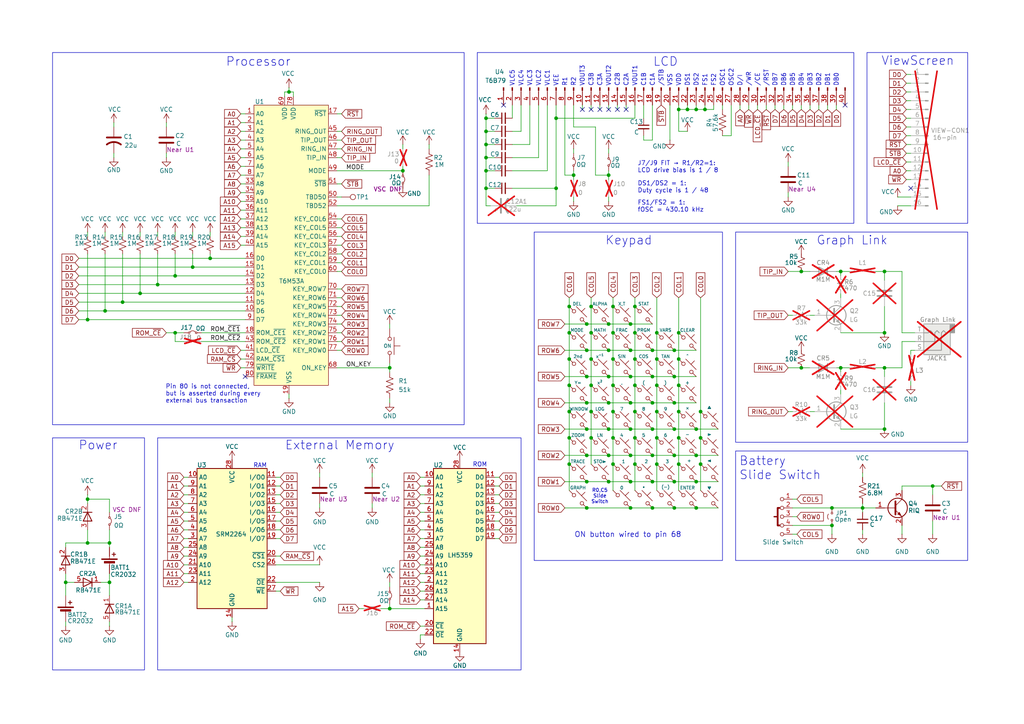
<source format=kicad_sch>
(kicad_sch (version 20250114) (generator "eeschema") (generator_version "9.0")
  (paper "A4")
  (title_block (title "TI-80 Calculator") (date "2025-Aug-24") (rev "2"))
  (rectangle (start 251.46 15.24) (end 280.67 64.77))
  (rectangle (start 213.36 67.31) (end 280.67 128.27))
  (rectangle (start 213.36 130.81) (end 280.67 162.56))
  (rectangle (start 138.43 15.24) (end 247.65 64.77))
  (rectangle (start 45.72 127) (end 151.13 194.31))
  (rectangle (start 15.24 15.24) (end 134.62 123.19))
  (rectangle (start 154.94 67.31) (end 209.55 162.56))
  (rectangle (start 15.24 127) (end 41.91 194.31))
  (text "VSS" (at 194.31 25.146 90) (effects (font (size 1.27 1.27)) (justify left)))
  (text "C2B" (at 179.07 25.146 90) (effects (font (size 1.27 1.27)) (justify left)))
  (text "FS1/FS2 = 1:\nfOSC = 430.10 kHz" (at 184.912 59.944 0) (effects (font (size 1.27 1.27)) (justify left)))
  (text "R1" (at 163.83 25.146 90) (effects (font (size 1.27 1.27)) (justify left)))
  (text "C2A" (at 181.61 25.146 90) (effects (font (size 1.27 1.27)) (justify left)))
  (text "FS1" (at 204.47 25.146 90) (effects (font (size 1.27 1.27)) (justify left)))
  (text "DB2" (at 237.49 25.146 90) (effects (font (size 1.27 1.27)) (justify left)))
  (text "DB3" (at 234.95 25.146 90) (effects (font (size 1.27 1.27)) (justify left)))
  (text "FS2" (at 207.01 25.146 90) (effects (font (size 1.27 1.27)) (justify left)))
  (text "C3A" (at 173.99 25.146 90) (effects (font (size 1.27 1.27)) (justify left)))
  (text "/CE" (at 219.71 25.146 90) (effects (font (size 1.27 1.27)) (justify left)))
  (text "VOUT1" (at 184.15 25.146 90) (effects (font (size 1.27 1.27)) (justify left)))
  (text "VLC5" (at 148.59 25.146 90) (effects (font (size 1.27 1.27)) (justify left)))
  (text "DS1/DS2 = 1:\nDuty cycle is 1 / 48" (at 184.912 54.356 0) (effects (font (size 1.27 1.27)) (justify left)))
  (text "VEE" (at 161.29 25.146 90) (effects (font (size 1.27 1.27)) (justify left)))
  (text "DB6" (at 227.33 25.146 90) (effects (font (size 1.27 1.27)) (justify left)))
  (text "Keypad" (at 182.372 69.85 0) (effects (font (size 2.54 2.54))))
  (text "Pin 80 is not connected,\nbut is asserted during every \nexternal bus transaction" (at 48.006 114.3 0) (effects (font (size 1.27 1.27)) (justify left)))
  (text "Processor" (at 74.93 18.034 0) (effects (font (size 2.54 2.54))))
  (text "ViewScreen" (at 266.192 17.78 0) (effects (font (size 2.54 2.54))))
  (text "ON button wired to pin 68" (at 182.118 155.194 0) (effects (font (size 1.524 1.524))))
  (text "/RST" (at 222.25 25.146 90) (effects (font (size 1.27 1.27)) (justify left)))
  (text "Power" (at 28.448 129.286 0) (effects (font (size 2.54 2.54))))
  (text "ROM" (at 139.192 134.874 0) (effects (font (size 1.27 1.27))))
  (text "VOUT2" (at 176.53 25.146 90) (effects (font (size 1.27 1.27)) (justify left)))
  (text "DS1" (at 199.39 25.146 90) (effects (font (size 1.27 1.27)) (justify left)))
  (text "RAM" (at 75.438 135.128 0) (effects (font (size 1.27 1.27))))
  (text "Graph Link" (at 247.142 69.85 0) (effects (font (size 2.54 2.54))))
  (text "DS2" (at 201.93 25.146 90) (effects (font (size 1.27 1.27)) (justify left)))
  (text "DB5" (at 229.87 25.146 90) (effects (font (size 1.27 1.27)) (justify left)))
  (text "VLC2" (at 156.21 25.146 90) (effects (font (size 1.27 1.27)) (justify left)))
  (text "VOUT3" (at 168.91 25.146 90) (effects (font (size 1.27 1.27)) (justify left)))
  (text "VLC1" (at 158.75 25.146 90) (effects (font (size 1.27 1.27)) (justify left)))
  (text "DB7" (at 224.79 25.146 90) (effects (font (size 1.27 1.27)) (justify left)))
  (text "R2" (at 166.37 25.146 90) (effects (font (size 1.27 1.27)) (justify left)))
  (text "DB1" (at 240.03 25.146 90) (effects (font (size 1.27 1.27)) (justify left)))
  (text "D/I" (at 214.63 25.146 90) (effects (font (size 1.27 1.27)) (justify left)))
  (text "DB0" (at 242.57 25.146 90) (effects (font (size 1.27 1.27)) (justify left)))
  (text "C1B" (at 186.69 25.146 90) (effects (font (size 1.27 1.27)) (justify left)))
  (text "Battery\nSlide Switch" (at 214.376 135.89 0) (effects (font (size 2.54 2.54)) (justify left)))
  (text "C3B" (at 171.45 25.146 90) (effects (font (size 1.27 1.27)) (justify left)))
  (text "OSC2" (at 212.09 25.146 90) (effects (font (size 1.27 1.27)) (justify left)))
  (text "OSC1" (at 209.55 25.146 90) (effects (font (size 1.27 1.27)) (justify left)))
  (text "/WR" (at 217.17 25.146 90) (effects (font (size 1.27 1.27)) (justify left)))
  (text "VLC3" (at 153.67 25.146 90) (effects (font (size 1.27 1.27)) (justify left)))
  (text "VLC4" (at 151.13 25.146 90) (effects (font (size 1.27 1.27)) (justify left)))
  (text "R0,C5\nSlide\nSwitch" (at 173.99 144.018 0) (effects (font (size 1.016 1.016))))
  (text "C1A" (at 189.23 25.146 90) (effects (font (size 1.27 1.27)) (justify left)))
  (text "J7/J9 FIT → R1/R2=1:\nLCD drive bias is 1 / 8" (at 184.912 48.514 0) (effects (font (size 1.27 1.27)) (justify left)))
  (text "VDD" (at 196.85 25.146 90) (effects (font (size 1.27 1.27)) (justify left)))
  (text "External Memory" (at 98.552 129.286 0) (effects (font (size 2.54 2.54))))
  (text "LCD" (at 193.04 18.034 0) (effects (font (size 2.54 2.54))))
  (text "/STB" (at 191.77 25.146 90) (effects (font (size 1.27 1.27)) (justify left)))
  (text "DB4" (at 232.41 25.146 90) (effects (font (size 1.27 1.27)) (justify left)))
  (junction (at 176.53 101.6))
  (junction (at 140.97 49.53))
  (junction (at 55.88 77.47))
  (junction (at 165.1 96.52))
  (junction (at 35.56 87.63))
  (junction (at 243.84 106.68))
  (junction (at 171.45 96.52))
  (junction (at 176.53 93.98))
  (junction (at 190.5 119.38))
  (junction (at 182.88 109.22))
  (junction (at 176.53 132.08))
  (junction (at 232.41 106.68))
  (junction (at 201.93 31.75))
  (junction (at 190.5 104.14))
  (junction (at 182.88 101.6))
  (junction (at 140.97 45.72))
  (junction (at 176.53 139.7))
  (junction (at 170.18 132.08))
  (junction (at 170.18 116.84))
  (junction (at 184.15 104.14))
  (junction (at 182.88 93.98))
  (junction (at 165.1 88.9))
  (junction (at 25.4 157.48))
  (junction (at 177.8 127))
  (junction (at 196.85 31.75))
  (junction (at 177.8 111.76))
  (junction (at 196.85 119.38))
  (junction (at 256.54 96.52))
  (junction (at 161.29 54.61))
  (junction (at 165.1 127))
  (junction (at 176.53 124.46))
  (junction (at 201.93 139.7))
  (junction (at 190.5 134.62))
  (junction (at 182.88 147.32))
  (junction (at 189.23 116.84))
  (junction (at 176.53 109.22))
  (junction (at 195.58 101.6))
  (junction (at 189.23 124.46))
  (junction (at 203.2 134.62))
  (junction (at 250.19 147.32))
  (junction (at 270.51 140.97))
  (junction (at 201.93 132.08))
  (junction (at 196.85 96.52))
  (junction (at 256.54 124.46))
  (junction (at 256.54 78.74))
  (junction (at 165.1 111.76))
  (junction (at 190.5 111.76))
  (junction (at 171.45 127))
  (junction (at 171.45 104.14))
  (junction (at 199.39 31.75))
  (junction (at 140.97 34.29))
  (junction (at 195.58 147.32))
  (junction (at 203.2 119.38))
  (junction (at 201.93 124.46))
  (junction (at 184.15 88.9))
  (junction (at 256.54 106.68))
  (junction (at 196.85 127))
  (junction (at 140.97 41.91))
  (junction (at 232.41 78.74))
  (junction (at 116.84 49.53))
  (junction (at 176.53 116.84))
  (junction (at 182.88 132.08))
  (junction (at 184.15 134.62))
  (junction (at 190.5 96.52))
  (junction (at 189.23 132.08))
  (junction (at 60.96 74.93))
  (junction (at 196.85 134.62))
  (junction (at 195.58 116.84))
  (junction (at 177.8 88.9))
  (junction (at 177.8 119.38))
  (junction (at 171.45 111.76))
  (junction (at 243.84 78.74))
  (junction (at 31.75 157.48))
  (junction (at 170.18 124.46))
  (junction (at 113.03 106.68))
  (junction (at 241.3 152.4))
  (junction (at 189.23 109.22))
  (junction (at 184.15 119.38))
  (junction (at 171.45 88.9))
  (junction (at 196.85 111.76))
  (junction (at 195.58 124.46))
  (junction (at 177.8 134.62))
  (junction (at 140.97 38.1))
  (junction (at 189.23 147.32))
  (junction (at 50.8 80.01))
  (junction (at 177.8 96.52))
  (junction (at 161.29 34.29))
  (junction (at 184.15 96.52))
  (junction (at 170.18 93.98))
  (junction (at 182.88 124.46))
  (junction (at 171.45 119.38))
  (junction (at 195.58 132.08))
  (junction (at 204.47 31.75))
  (junction (at 25.4 92.71))
  (junction (at 25.4 144.78))
  (junction (at 170.18 147.32))
  (junction (at 190.5 127))
  (junction (at 201.93 147.32))
  (junction (at 195.58 139.7))
  (junction (at 19.05 168.91))
  (junction (at 83.82 26.67))
  (junction (at 189.23 139.7))
  (junction (at 30.48 90.17))
  (junction (at 113.03 176.53))
  (junction (at 184.15 111.76))
  (junction (at 165.1 119.38))
  (junction (at 189.23 101.6))
  (junction (at 176.53 50.8))
  (junction (at 31.75 168.91))
  (junction (at 182.88 116.84))
  (junction (at 170.18 101.6))
  (junction (at 165.1 134.62))
  (junction (at 50.8 96.52))
  (junction (at 182.88 139.7))
  (junction (at 241.3 147.32))
  (junction (at 140.97 54.61))
  (junction (at 170.18 109.22))
  (junction (at 45.72 82.55))
  (junction (at 165.1 104.14))
  (junction (at 203.2 127))
  (junction (at 170.18 139.7))
  (junction (at 184.15 127))
  (junction (at 195.58 109.22))
  (junction (at 166.37 50.8))
  (junction (at 196.85 104.14))
  (junction (at 40.64 85.09))
  (junction (at 177.8 104.14))
  (no_connect (at 146.05 30.48))
  (no_connect (at 264.16 54.61))
  (no_connect (at 176.53 31.75))
  (no_connect (at 181.61 31.75))
  (no_connect (at 173.99 31.75))
  (no_connect (at 71.12 109.22))
  (no_connect (at 179.07 31.75))
  (no_connect (at 168.91 31.75))
  (no_connect (at 171.45 31.75))
  (no_connect (at 245.11 30.48))
  (wire (pts (xy 262.89 34.29) (xy 264.16 34.29)))
  (wire (pts (xy 243.84 106.68) (xy 246.38 106.68)))
  (wire (pts (xy 254 106.68) (xy 256.54 106.68)))
  (wire (pts (xy 140.97 34.29) (xy 140.97 38.1)))
  (wire (pts (xy 143.51 148.59) (xy 144.78 148.59)))
  (wire (pts (xy 140.97 38.1) (xy 140.97 41.91)))
  (wire (pts (xy 171.45 111.76) (xy 171.45 119.38)))
  (wire (pts (xy 50.8 99.06) (xy 50.8 96.52)))
  (wire (pts (xy 163.83 116.84) (xy 170.18 116.84)))
  (wire (pts (xy 243.84 85.09) (xy 243.84 86.36)))
  (wire (pts (xy 201.93 147.32) (xy 208.28 147.32)))
  (wire (pts (xy 140.97 59.69) (xy 142.24 59.69)))
  (wire (pts (xy 172.72 50.8) (xy 176.53 50.8)))
  (wire (pts (xy 143.51 146.05) (xy 144.78 146.05)))
  (wire (pts (xy 40.64 85.09) (xy 71.12 85.09)))
  (wire (pts (xy 228.6 119.38) (xy 229.87 119.38)))
  (wire (pts (xy 219.71 31.75) (xy 219.71 30.48)))
  (wire (pts (xy 97.79 66.04) (xy 99.06 66.04)))
  (wire (pts (xy 203.2 134.62) (xy 203.2 142.24)))
  (wire (pts (xy 242.57 78.74) (xy 243.84 78.74)))
  (wire (pts (xy 165.1 104.14) (xy 165.1 111.76)))
  (wire (pts (xy 166.37 58.42) (xy 166.37 57.15)))
  (wire (pts (xy 22.86 74.93) (xy 60.96 74.93)))
  (wire (pts (xy 121.92 161.29) (xy 123.19 161.29)))
  (wire (pts (xy 261.62 99.06) (xy 261.62 106.68)))
  (wire (pts (xy 148.59 54.61) (xy 161.29 54.61)))
  (wire (pts (xy 176.53 50.8) (xy 176.53 52.07)))
  (wire (pts (xy 262.89 39.37) (xy 264.16 39.37)))
  (wire (pts (xy 184.15 96.52) (xy 184.15 104.14)))
  (wire (pts (xy 85.09 26.67) (xy 83.82 26.67)))
  (wire (pts (xy 97.79 40.64) (xy 99.06 40.64)))
  (wire (pts (xy 173.99 31.75) (xy 173.99 30.48)))
  (wire (pts (xy 116.84 41.91) (xy 116.84 43.18)))
  (wire (pts (xy 227.33 31.75) (xy 227.33 30.48)))
  (wire (pts (xy 69.85 53.34) (xy 71.12 53.34)))
  (wire (pts (xy 189.23 116.84) (xy 195.58 116.84)))
  (wire (pts (xy 177.8 86.36) (xy 177.8 88.9)))
  (wire (pts (xy 30.48 90.17) (xy 71.12 90.17)))
  (wire (pts (xy 121.92 151.13) (xy 123.19 151.13)))
  (wire (pts (xy 243.84 124.46) (xy 256.54 124.46)))
  (wire (pts (xy 176.53 93.98) (xy 182.88 93.98)))
  (wire (pts (xy 113.03 105.41) (xy 113.03 106.68)))
  (wire (pts (xy 31.75 168.91) (xy 31.75 172.72)))
  (wire (pts (xy 53.34 140.97) (xy 54.61 140.97)))
  (wire (pts (xy 53.34 166.37) (xy 54.61 166.37)))
  (wire (pts (xy 69.85 33.02) (xy 71.12 33.02)))
  (wire (pts (xy 69.85 63.5) (xy 71.12 63.5)))
  (wire (pts (xy 165.1 96.52) (xy 165.1 104.14)))
  (wire (pts (xy 177.8 119.38) (xy 177.8 127)))
  (wire (pts (xy 237.49 31.75) (xy 237.49 30.48)))
  (wire (pts (xy 207.01 31.75) (xy 207.01 30.48)))
  (wire (pts (xy 121.92 143.51) (xy 123.19 143.51)))
  (wire (pts (xy 113.03 175.26) (xy 113.03 176.53)))
  (wire (pts (xy 22.86 85.09) (xy 40.64 85.09)))
  (wire (pts (xy 204.47 31.75) (xy 201.93 31.75)))
  (wire (pts (xy 184.15 119.38) (xy 184.15 127)))
  (wire (pts (xy 53.34 151.13) (xy 54.61 151.13)))
  (wire (pts (xy 148.59 41.91) (xy 153.67 41.91)))
  (wire (pts (xy 50.8 67.31) (xy 50.8 68.58)))
  (wire (pts (xy 113.03 93.98) (xy 113.03 95.25)))
  (wire (pts (xy 199.39 31.75) (xy 196.85 31.75)))
  (wire (pts (xy 35.56 87.63) (xy 71.12 87.63)))
  (wire (pts (xy 97.79 99.06) (xy 99.06 99.06)))
  (wire (pts (xy 170.18 132.08) (xy 176.53 132.08)))
  (wire (pts (xy 83.82 26.67) (xy 82.55 26.67)))
  (wire (pts (xy 83.82 25.4) (xy 83.82 26.67)))
  (wire (pts (xy 30.48 67.31) (xy 30.48 68.58)))
  (wire (pts (xy 241.3 152.4) (xy 241.3 154.94)))
  (wire (pts (xy 148.59 45.72) (xy 156.21 45.72)))
  (wire (pts (xy 195.58 139.7) (xy 201.93 139.7)))
  (wire (pts (xy 53.34 148.59) (xy 54.61 148.59)))
  (wire (pts (xy 270.51 140.97) (xy 270.51 143.51)))
  (wire (pts (xy 199.39 38.1) (xy 196.85 38.1)))
  (wire (pts (xy 107.95 137.16) (xy 107.95 138.43)))
  (wire (pts (xy 182.88 124.46) (xy 189.23 124.46)))
  (wire (pts (xy 256.54 78.74) (xy 256.54 81.28)))
  (wire (pts (xy 143.51 138.43) (xy 144.78 138.43)))
  (wire (pts (xy 190.5 119.38) (xy 190.5 127)))
  (wire (pts (xy 229.87 149.86) (xy 231.14 149.86)))
  (wire (pts (xy 170.18 101.6) (xy 176.53 101.6)))
  (wire (pts (xy 107.95 146.05) (xy 107.95 147.32)))
  (wire (pts (xy 69.85 66.04) (xy 71.12 66.04)))
  (wire (pts (xy 69.85 50.8) (xy 71.12 50.8)))
  (wire (pts (xy 176.53 139.7) (xy 182.88 139.7)))
  (wire (pts (xy 69.85 35.56) (xy 71.12 35.56)))
  (wire (pts (xy 170.18 116.84) (xy 176.53 116.84)))
  (wire (pts (xy 69.85 48.26) (xy 71.12 48.26)))
  (wire (pts (xy 228.6 78.74) (xy 232.41 78.74)))
  (wire (pts (xy 163.83 109.22) (xy 170.18 109.22)))
  (wire (pts (xy 261.62 140.97) (xy 270.51 140.97)))
  (wire (pts (xy 97.79 71.12) (xy 99.06 71.12)))
  (wire (pts (xy 201.93 124.46) (xy 208.28 124.46)))
  (wire (pts (xy 121.92 146.05) (xy 123.19 146.05)))
  (wire (pts (xy 69.85 104.14) (xy 71.12 104.14)))
  (wire (pts (xy 261.62 152.4) (xy 261.62 154.94)))
  (wire (pts (xy 170.18 109.22) (xy 176.53 109.22)))
  (wire (pts (xy 97.79 88.9) (xy 99.06 88.9)))
  (wire (pts (xy 166.37 30.48) (xy 166.37 36.83)))
  (wire (pts (xy 45.72 67.31) (xy 45.72 68.58)))
  (wire (pts (xy 121.92 184.15) (xy 121.92 185.42)))
  (wire (pts (xy 212.09 39.37) (xy 212.09 30.48)))
  (wire (pts (xy 234.95 119.38) (xy 236.22 119.38)))
  (wire (pts (xy 195.58 132.08) (xy 201.93 132.08)))
  (wire (pts (xy 217.17 31.75) (xy 217.17 30.48)))
  (wire (pts (xy 25.4 92.71) (xy 71.12 92.71)))
  (wire (pts (xy 199.39 31.75) (xy 199.39 30.48)))
  (wire (pts (xy 195.58 124.46) (xy 201.93 124.46)))
  (wire (pts (xy 80.01 153.67) (xy 81.28 153.67)))
  (wire (pts (xy 190.5 96.52) (xy 190.5 104.14)))
  (wire (pts (xy 182.88 132.08) (xy 189.23 132.08)))
  (wire (pts (xy 80.01 151.13) (xy 81.28 151.13)))
  (wire (pts (xy 262.89 46.99) (xy 264.16 46.99)))
  (wire (pts (xy 31.75 153.67) (xy 31.75 157.48)))
  (wire (pts (xy 196.85 127) (xy 196.85 134.62)))
  (wire (pts (xy 256.54 88.9) (xy 256.54 96.52)))
  (wire (pts (xy 165.1 127) (xy 165.1 134.62)))
  (wire (pts (xy 140.97 49.53) (xy 143.51 49.53)))
  (wire (pts (xy 170.18 139.7) (xy 176.53 139.7)))
  (wire (pts (xy 19.05 168.91) (xy 21.59 168.91)))
  (wire (pts (xy 189.23 139.7) (xy 195.58 139.7)))
  (wire (pts (xy 80.01 140.97) (xy 81.28 140.97)))
  (wire (pts (xy 123.19 184.15) (xy 121.92 184.15)))
  (wire (pts (xy 143.51 156.21) (xy 144.78 156.21)))
  (wire (pts (xy 262.89 36.83) (xy 264.16 36.83)))
  (wire (pts (xy 40.64 67.31) (xy 40.64 68.58)))
  (wire (pts (xy 143.51 143.51) (xy 144.78 143.51)))
  (wire (pts (xy 148.59 49.53) (xy 158.75 49.53)))
  (wire (pts (xy 22.86 92.71) (xy 25.4 92.71)))
  (wire (pts (xy 149.86 59.69) (xy 161.29 59.69)))
  (wire (pts (xy 176.53 31.75) (xy 176.53 30.48)))
  (wire (pts (xy 250.19 153.67) (xy 250.19 154.94)))
  (wire (pts (xy 83.82 114.3) (xy 83.82 115.57)))
  (wire (pts (xy 262.89 29.21) (xy 264.16 29.21)))
  (wire (pts (xy 165.1 119.38) (xy 165.1 127)))
  (wire (pts (xy 121.92 138.43) (xy 123.19 138.43)))
  (wire (pts (xy 189.23 124.46) (xy 195.58 124.46)))
  (wire (pts (xy 31.75 166.37) (xy 31.75 168.91)))
  (wire (pts (xy 250.19 148.59) (xy 250.19 147.32)))
  (wire (pts (xy 256.54 116.84) (xy 256.54 124.46)))
  (wire (pts (xy 232.41 78.74) (xy 234.95 78.74)))
  (wire (pts (xy 189.23 147.32) (xy 195.58 147.32)))
  (wire (pts (xy 189.23 101.6) (xy 195.58 101.6)))
  (wire (pts (xy 45.72 82.55) (xy 71.12 82.55)))
  (wire (pts (xy 190.5 86.36) (xy 190.5 96.52)))
  (wire (pts (xy 140.97 59.69) (xy 140.97 54.61)))
  (wire (pts (xy 184.15 127) (xy 184.15 134.62)))
  (wire (pts (xy 196.85 134.62) (xy 196.85 142.24)))
  (wire (pts (xy 104.14 176.53) (xy 105.41 176.53)))
  (wire (pts (xy 53.34 163.83) (xy 54.61 163.83)))
  (wire (pts (xy 69.85 60.96) (xy 71.12 60.96)))
  (wire (pts (xy 184.15 134.62) (xy 184.15 142.24)))
  (wire (pts (xy 262.89 52.07) (xy 264.16 52.07)))
  (wire (pts (xy 121.92 148.59) (xy 123.19 148.59)))
  (wire (pts (xy 80.01 161.29) (xy 81.28 161.29)))
  (wire (pts (xy 190.5 104.14) (xy 190.5 111.76)))
  (wire (pts (xy 182.88 93.98) (xy 189.23 93.98)))
  (wire (pts (xy 177.8 111.76) (xy 177.8 119.38)))
  (wire (pts (xy 22.86 90.17) (xy 30.48 90.17)))
  (wire (pts (xy 80.01 148.59) (xy 81.28 148.59)))
  (wire (pts (xy 184.15 88.9) (xy 184.15 96.52)))
  (wire (pts (xy 140.97 41.91) (xy 143.51 41.91)))
  (wire (pts (xy 261.62 142.24) (xy 261.62 140.97)))
  (wire (pts (xy 116.84 48.26) (xy 116.84 49.53)))
  (wire (pts (xy 19.05 157.48) (xy 25.4 157.48)))
  (wire (pts (xy 176.53 43.18) (xy 176.53 44.45)))
  (wire (pts (xy 80.01 168.91) (xy 92.71 168.91)))
  (wire (pts (xy 201.93 132.08) (xy 208.28 132.08)))
  (wire (pts (xy 97.79 78.74) (xy 99.06 78.74)))
  (wire (pts (xy 40.64 73.66) (xy 40.64 85.09)))
  (wire (pts (xy 97.79 49.53) (xy 116.84 49.53)))
  (wire (pts (xy 60.96 74.93) (xy 71.12 74.93)))
  (wire (pts (xy 171.45 96.52) (xy 171.45 104.14)))
  (wire (pts (xy 97.79 45.72) (xy 99.06 45.72)))
  (wire (pts (xy 234.95 91.44) (xy 236.22 91.44)))
  (wire (pts (xy 25.4 157.48) (xy 31.75 157.48)))
  (wire (pts (xy 196.85 86.36) (xy 196.85 96.52)))
  (wire (pts (xy 203.2 119.38) (xy 203.2 127)))
  (wire (pts (xy 165.1 88.9) (xy 165.1 96.52)))
  (wire (pts (xy 260.35 57.15) (xy 264.16 57.15)))
  (wire (pts (xy 270.51 151.13) (xy 270.51 154.94)))
  (wire (pts (xy 31.75 158.75) (xy 31.75 157.48)))
  (wire (pts (xy 121.92 153.67) (xy 123.19 153.67)))
  (wire (pts (xy 53.34 161.29) (xy 54.61 161.29)))
  (wire (pts (xy 166.37 49.53) (xy 166.37 50.8)))
  (wire (pts (xy 140.97 49.53) (xy 140.97 54.61)))
  (wire (pts (xy 22.86 80.01) (xy 50.8 80.01)))
  (wire (pts (xy 143.51 140.97) (xy 144.78 140.97)))
  (wire (pts (xy 113.03 115.57) (xy 113.03 116.84)))
  (wire (pts (xy 97.79 106.68) (xy 113.03 106.68)))
  (wire (pts (xy 69.85 38.1) (xy 71.12 38.1)))
  (wire (pts (xy 196.85 104.14) (xy 196.85 111.76)))
  (wire (pts (xy 31.75 144.78) (xy 31.75 148.59)))
  (wire (pts (xy 203.2 86.36) (xy 203.2 119.38)))
  (wire (pts (xy 80.01 138.43) (xy 81.28 138.43)))
  (wire (pts (xy 229.87 147.32) (xy 241.3 147.32)))
  (wire (pts (xy 97.79 43.18) (xy 99.06 43.18)))
  (wire (pts (xy 196.85 111.76) (xy 196.85 119.38)))
  (wire (pts (xy 229.87 144.78) (xy 231.14 144.78)))
  (wire (pts (xy 228.6 55.88) (xy 228.6 57.15)))
  (wire (pts (xy 53.34 153.67) (xy 54.61 153.67)))
  (wire (pts (xy 163.83 30.48) (xy 163.83 50.8)))
  (wire (pts (xy 97.79 38.1) (xy 99.06 38.1)))
  (wire (pts (xy 35.56 67.31) (xy 35.56 68.58)))
  (wire (pts (xy 186.69 34.29) (xy 186.69 30.48)))
  (wire (pts (xy 201.93 31.75) (xy 201.93 30.48)))
  (wire (pts (xy 171.45 86.36) (xy 171.45 88.9)))
  (wire (pts (xy 121.92 166.37) (xy 123.19 166.37)))
  (wire (pts (xy 92.71 146.05) (xy 92.71 147.32)))
  (wire (pts (xy 242.57 106.68) (xy 243.84 106.68)))
  (wire (pts (xy 97.79 33.02) (xy 99.06 33.02)))
  (wire (pts (xy 99.06 53.34) (xy 97.79 53.34)))
  (wire (pts (xy 232.41 31.75) (xy 232.41 30.48)))
  (wire (pts (xy 177.8 104.14) (xy 177.8 111.76)))
  (wire (pts (xy 265.43 101.6) (xy 264.16 101.6)))
  (wire (pts (xy 143.51 151.13) (xy 144.78 151.13)))
  (wire (pts (xy 151.13 38.1) (xy 151.13 30.48)))
  (wire (pts (xy 53.34 99.06) (xy 50.8 99.06)))
  (wire (pts (xy 92.71 137.16) (xy 92.71 138.43)))
  (wire (pts (xy 69.85 55.88) (xy 71.12 55.88)))
  (wire (pts (xy 48.26 96.52) (xy 50.8 96.52)))
  (wire (pts (xy 171.45 127) (xy 171.45 134.62)))
  (wire (pts (xy 140.97 33.02) (xy 140.97 34.29)))
  (wire (pts (xy 261.62 78.74) (xy 256.54 78.74)))
  (wire (pts (xy 161.29 54.61) (xy 161.29 59.69)))
  (wire (pts (xy 50.8 80.01) (xy 71.12 80.01)))
  (wire (pts (xy 121.92 173.99) (xy 123.19 173.99)))
  (wire (pts (xy 85.09 27.94) (xy 85.09 26.67)))
  (wire (pts (xy 261.62 106.68) (xy 256.54 106.68)))
  (wire (pts (xy 53.34 143.51) (xy 54.61 143.51)))
  (wire (pts (xy 195.58 147.32) (xy 201.93 147.32)))
  (wire (pts (xy 97.79 86.36) (xy 99.06 86.36)))
  (wire (pts (xy 35.56 73.66) (xy 35.56 87.63)))
  (wire (pts (xy 254 78.74) (xy 256.54 78.74)))
  (wire (pts (xy 121.92 158.75) (xy 123.19 158.75)))
  (wire (pts (xy 140.97 45.72) (xy 143.51 45.72)))
  (wire (pts (xy 60.96 67.31) (xy 60.96 68.58)))
  (wire (pts (xy 171.45 104.14) (xy 171.45 111.76)))
  (wire (pts (xy 33.02 44.45) (xy 33.02 45.72)))
  (wire (pts (xy 242.57 31.75) (xy 242.57 30.48)))
  (wire (pts (xy 140.97 45.72) (xy 140.97 49.53)))
  (wire (pts (xy 176.53 49.53) (xy 176.53 50.8)))
  (wire (pts (xy 250.19 146.05) (xy 250.19 147.32)))
  (wire (pts (xy 171.45 31.75) (xy 171.45 30.48)))
  (wire (pts (xy 168.91 31.75) (xy 168.91 30.48)))
  (wire (pts (xy 182.88 101.6) (xy 189.23 101.6)))
  (wire (pts (xy 209.55 39.37) (xy 212.09 39.37)))
  (wire (pts (xy 156.21 45.72) (xy 156.21 30.48)))
  (wire (pts (xy 262.89 31.75) (xy 264.16 31.75)))
  (wire (pts (xy 166.37 50.8) (xy 166.37 52.07)))
  (wire (pts (xy 204.47 31.75) (xy 204.47 30.48)))
  (wire (pts (xy 203.2 127) (xy 203.2 134.62)))
  (wire (pts (xy 60.96 73.66) (xy 60.96 74.93)))
  (wire (pts (xy 97.79 68.58) (xy 99.06 68.58)))
  (wire (pts (xy 69.85 58.42) (xy 71.12 58.42)))
  (wire (pts (xy 176.53 132.08) (xy 182.88 132.08)))
  (wire (pts (xy 201.93 31.75) (xy 199.39 31.75)))
  (wire (pts (xy 110.49 176.53) (xy 113.03 176.53)))
  (wire (pts (xy 163.83 50.8) (xy 166.37 50.8)))
  (wire (pts (xy 48.26 44.45) (xy 48.26 45.72)))
  (wire (pts (xy 190.5 134.62) (xy 190.5 142.24)))
  (wire (pts (xy 80.01 163.83) (xy 92.71 163.83)))
  (wire (pts (xy 262.89 26.67) (xy 264.16 26.67)))
  (wire (pts (xy 189.23 40.64) (xy 186.69 40.64)))
  (wire (pts (xy 22.86 87.63) (xy 35.56 87.63)))
  (wire (pts (xy 228.6 91.44) (xy 229.87 91.44)))
  (wire (pts (xy 177.8 134.62) (xy 177.8 142.24)))
  (wire (pts (xy 30.48 73.66) (xy 30.48 90.17)))
  (wire (pts (xy 97.79 83.82) (xy 99.06 83.82)))
  (wire (pts (xy 45.72 73.66) (xy 45.72 82.55)))
  (wire (pts (xy 97.79 57.15) (xy 99.06 57.15)))
  (wire (pts (xy 97.79 76.2) (xy 99.06 76.2)))
  (wire (pts (xy 229.87 154.94) (xy 231.14 154.94)))
  (wire (pts (xy 113.03 168.91) (xy 113.03 170.18)))
  (wire (pts (xy 256.54 109.22) (xy 256.54 106.68)))
  (wire (pts (xy 50.8 73.66) (xy 50.8 80.01)))
  (wire (pts (xy 163.83 139.7) (xy 170.18 139.7)))
  (wire (pts (xy 170.18 147.32) (xy 182.88 147.32)))
  (wire (pts (xy 22.86 77.47) (xy 55.88 77.47)))
  (wire (pts (xy 53.34 138.43) (xy 54.61 138.43)))
  (wire (pts (xy 58.42 99.06) (xy 71.12 99.06)))
  (wire (pts (xy 228.6 46.99) (xy 228.6 48.26)))
  (wire (pts (xy 124.46 41.91) (xy 124.46 43.18)))
  (wire (pts (xy 184.15 86.36) (xy 184.15 88.9)))
  (wire (pts (xy 262.89 21.59) (xy 264.16 21.59)))
  (wire (pts (xy 209.55 31.75) (xy 209.55 30.48)))
  (wire (pts (xy 186.69 40.64) (xy 186.69 39.37)))
  (wire (pts (xy 124.46 50.8) (xy 124.46 59.69)))
  (wire (pts (xy 25.4 153.67) (xy 25.4 157.48)))
  (wire (pts (xy 184.15 30.48) (xy 184.15 34.29)))
  (wire (pts (xy 25.4 144.78) (xy 31.75 144.78)))
  (wire (pts (xy 165.1 111.76) (xy 165.1 119.38)))
  (wire (pts (xy 196.85 96.52) (xy 196.85 104.14)))
  (wire (pts (xy 31.75 180.34) (xy 31.75 181.61)))
  (wire (pts (xy 224.79 31.75) (xy 224.79 30.48)))
  (wire (pts (xy 241.3 147.32) (xy 250.19 147.32)))
  (wire (pts (xy 243.84 78.74) (xy 243.84 80.01)))
  (wire (pts (xy 190.5 127) (xy 190.5 134.62)))
  (wire (pts (xy 182.88 116.84) (xy 189.23 116.84)))
  (wire (pts (xy 165.1 134.62) (xy 165.1 142.24)))
  (wire (pts (xy 33.02 35.56) (xy 33.02 36.83)))
  (wire (pts (xy 176.53 109.22) (xy 182.88 109.22)))
  (wire (pts (xy 176.53 116.84) (xy 182.88 116.84)))
  (wire (pts (xy 69.85 43.18) (xy 71.12 43.18)))
  (wire (pts (xy 243.84 96.52) (xy 256.54 96.52)))
  (wire (pts (xy 214.63 31.75) (xy 214.63 30.48)))
  (wire (pts (xy 232.41 106.68) (xy 234.95 106.68)))
  (wire (pts (xy 113.03 176.53) (xy 123.19 176.53)))
  (wire (pts (xy 82.55 26.67) (xy 82.55 27.94)))
  (wire (pts (xy 140.97 38.1) (xy 143.51 38.1)))
  (wire (pts (xy 25.4 67.31) (xy 25.4 68.58)))
  (wire (pts (xy 250.19 147.32) (xy 254 147.32)))
  (wire (pts (xy 243.84 106.68) (xy 243.84 107.95)))
  (wire (pts (xy 196.85 31.75) (xy 196.85 30.48)))
  (wire (pts (xy 229.87 31.75) (xy 229.87 30.48)))
  (wire (pts (xy 166.37 36.83) (xy 172.72 36.83)))
  (wire (pts (xy 19.05 157.48) (xy 19.05 158.75)))
  (wire (pts (xy 195.58 116.84) (xy 201.93 116.84)))
  (wire (pts (xy 69.85 106.68) (xy 71.12 106.68)))
  (wire (pts (xy 163.83 93.98) (xy 170.18 93.98)))
  (wire (pts (xy 171.45 119.38) (xy 171.45 127)))
  (wire (pts (xy 69.85 40.64) (xy 71.12 40.64)))
  (wire (pts (xy 97.79 91.44) (xy 99.06 91.44)))
  (wire (pts (xy 194.31 30.48) (xy 194.31 40.64)))
  (wire (pts (xy 161.29 34.29) (xy 161.29 54.61)))
  (wire (pts (xy 177.8 88.9) (xy 177.8 96.52)))
  (wire (pts (xy 179.07 31.75) (xy 179.07 30.48)))
  (wire (pts (xy 176.53 124.46) (xy 182.88 124.46)))
  (wire (pts (xy 240.03 31.75) (xy 240.03 30.48)))
  (wire (pts (xy 121.92 171.45) (xy 123.19 171.45)))
  (wire (pts (xy 80.01 156.21) (xy 81.28 156.21)))
  (wire (pts (xy 184.15 104.14) (xy 184.15 111.76)))
  (wire (pts (xy 55.88 67.31) (xy 55.88 68.58)))
  (wire (pts (xy 189.23 109.22) (xy 195.58 109.22)))
  (wire (pts (xy 80.01 143.51) (xy 81.28 143.51)))
  (wire (pts (xy 189.23 132.08) (xy 195.58 132.08)))
  (wire (pts (xy 140.97 34.29) (xy 143.51 34.29)))
  (wire (pts (xy 246.38 78.74) (xy 243.84 78.74)))
  (wire (pts (xy 262.89 41.91) (xy 264.16 41.91)))
  (wire (pts (xy 260.35 59.69) (xy 264.16 59.69)))
  (wire (pts (xy 261.62 96.52) (xy 261.62 78.74)))
  (wire (pts (xy 121.92 140.97) (xy 123.19 140.97)))
  (wire (pts (xy 97.79 59.69) (xy 124.46 59.69)))
  (wire (pts (xy 53.34 158.75) (xy 54.61 158.75)))
  (wire (pts (xy 69.85 101.6) (xy 71.12 101.6)))
  (wire (pts (xy 67.31 179.07) (xy 67.31 180.34)))
  (wire (pts (xy 171.45 88.9) (xy 171.45 96.52)))
  (wire (pts (xy 53.34 146.05) (xy 54.61 146.05)))
  (wire (pts (xy 22.86 82.55) (xy 45.72 82.55)))
  (wire (pts (xy 97.79 63.5) (xy 99.06 63.5)))
  (wire (pts (xy 182.88 109.22) (xy 189.23 109.22)))
  (wire (pts (xy 265.43 99.06) (xy 261.62 99.06)))
  (wire (pts (xy 97.79 73.66) (xy 99.06 73.66)))
  (wire (pts (xy 262.89 44.45) (xy 264.16 44.45)))
  (wire (pts (xy 207.01 31.75) (xy 204.47 31.75)))
  (wire (pts (xy 176.53 101.6) (xy 182.88 101.6)))
  (wire (pts (xy 97.79 96.52) (xy 99.06 96.52)))
  (wire (pts (xy 170.18 93.98) (xy 176.53 93.98)))
  (wire (pts (xy 177.8 127) (xy 177.8 134.62)))
  (wire (pts (xy 195.58 109.22) (xy 201.93 109.22)))
  (wire (pts (xy 25.4 73.66) (xy 25.4 92.71)))
  (wire (pts (xy 228.6 106.68) (xy 232.41 106.68)))
  (wire (pts (xy 163.83 101.6) (xy 170.18 101.6)))
  (wire (pts (xy 170.18 124.46) (xy 176.53 124.46)))
  (wire (pts (xy 264.16 101.6) (xy 264.16 102.87)))
  (wire (pts (xy 195.58 101.6) (xy 201.93 101.6)))
  (wire (pts (xy 163.83 147.32) (xy 170.18 147.32)))
  (wire (pts (xy 182.88 139.7) (xy 189.23 139.7)))
  (wire (pts (xy 148.59 34.29) (xy 148.59 30.48)))
  (wire (pts (xy 166.37 43.18) (xy 166.37 44.45)))
  (wire (pts (xy 158.75 49.53) (xy 158.75 30.48)))
  (wire (pts (xy 29.21 168.91) (xy 31.75 168.91)))
  (wire (pts (xy 176.53 58.42) (xy 176.53 57.15)))
  (wire (pts (xy 265.43 96.52) (xy 261.62 96.52)))
  (wire (pts (xy 177.8 96.52) (xy 177.8 104.14)))
  (wire (pts (xy 121.92 181.61) (xy 123.19 181.61)))
  (wire (pts (xy 97.79 93.98) (xy 99.06 93.98)))
  (wire (pts (xy 264.16 110.49) (xy 264.16 111.76)))
  (wire (pts (xy 201.93 139.7) (xy 208.28 139.7)))
  (wire (pts (xy 270.51 140.97) (xy 273.05 140.97)))
  (wire (pts (xy 25.4 143.51) (xy 25.4 144.78)))
  (wire (pts (xy 121.92 168.91) (xy 123.19 168.91)))
  (wire (pts (xy 140.97 54.61) (xy 143.51 54.61)))
  (wire (pts (xy 80.01 146.05) (xy 81.28 146.05)))
  (wire (pts (xy 250.19 137.16) (xy 250.19 138.43)))
  (wire (pts (xy 25.4 144.78) (xy 25.4 146.05)))
  (wire (pts (xy 165.1 86.36) (xy 165.1 88.9)))
  (wire (pts (xy 55.88 73.66) (xy 55.88 77.47)))
  (wire (pts (xy 196.85 31.75) (xy 196.85 38.1)))
  (wire (pts (xy 181.61 31.75) (xy 181.61 30.48)))
  (wire (pts (xy 69.85 68.58) (xy 71.12 68.58)))
  (wire (pts (xy 184.15 111.76) (xy 184.15 119.38)))
  (wire (pts (xy 19.05 180.34) (xy 19.05 181.61)))
  (wire (pts (xy 50.8 96.52) (xy 53.34 96.52)))
  (wire (pts (xy 262.89 24.13) (xy 264.16 24.13)))
  (wire (pts (xy 48.26 35.56) (xy 48.26 36.83)))
  (wire (pts (xy 53.34 156.21) (xy 54.61 156.21)))
  (wire (pts (xy 97.79 101.6) (xy 99.06 101.6)))
  (wire (pts (xy 121.92 156.21) (xy 123.19 156.21)))
  (wire (pts (xy 163.83 124.46) (xy 170.18 124.46)))
  (wire (pts (xy 222.25 31.75) (xy 222.25 30.48)))
  (wire (pts (xy 113.03 106.68) (xy 113.03 107.95)))
  (wire (pts (xy 161.29 34.29) (xy 161.29 30.48)))
  (wire (pts (xy 53.34 168.91) (xy 54.61 168.91)))
  (wire (pts (xy 19.05 166.37) (xy 19.05 168.91)))
  (wire (pts (xy 140.97 41.91) (xy 140.97 45.72)))
  (wire (pts (xy 58.42 96.52) (xy 71.12 96.52)))
  (wire (pts (xy 189.23 30.48) (xy 189.23 40.64)))
  (wire (pts (xy 69.85 71.12) (xy 71.12 71.12)))
  (wire (pts (xy 143.51 153.67) (xy 144.78 153.67)))
  (wire (pts (xy 151.13 38.1) (xy 148.59 38.1)))
  (wire (pts (xy 55.88 77.47) (xy 71.12 77.47)))
  (wire (pts (xy 69.85 45.72) (xy 71.12 45.72)))
  (wire (pts (xy 121.92 163.83) (xy 123.19 163.83)))
  (wire (pts (xy 172.72 36.83) (xy 172.72 50.8)))
  (wire (pts (xy 163.83 132.08) (xy 170.18 132.08)))
  (wire (pts (xy 234.95 31.75) (xy 234.95 30.48)))
  (wire (pts (xy 182.88 147.32) (xy 189.23 147.32)))
  (wire (pts (xy 190.5 111.76) (xy 190.5 119.38)))
  (wire (pts (xy 243.84 113.03) (xy 243.84 114.3)))
  (wire (pts (xy 19.05 172.72) (xy 19.05 168.91)))
  (wire (pts (xy 196.85 119.38) (xy 196.85 127)))
  (wire (pts (xy 80.01 171.45) (xy 81.28 171.45)))
  (wire (pts (xy 153.67 41.91) (xy 153.67 30.48)))
  (wire (pts (xy 184.15 34.29) (xy 161.29 34.29)))
  (wire (pts (xy 262.89 49.53) (xy 264.16 49.53)))
  (wire (pts (xy 241.3 152.4) (xy 229.87 152.4)))
  (label "ROM_~{CE1}" (at 60.96 96.52 0))
  (label "ON_KEY" (at 100.33 106.68 0))
  (label "ROM_~{CE2}" (at 60.96 99.06 0))
  (label "MODE" (at 100.33 49.53 0))
  (global_label "A1" (shape input) (at 121.92 140.97 180) (property "Intersheetrefs" "${INTERSHEET_REFS}" (effects (hide yes))))
  (global_label "D6" (shape input) (at 81.28 153.67 0) (property "Intersheetrefs" "${INTERSHEET_REFS}" (effects (hide yes))))
  (global_label "ROW0" (shape input) (at 99.06 101.6 0) (property "Intersheetrefs" "${INTERSHEET_REFS}" (effects (hide yes))))
  (global_label "A8" (shape input) (at 121.92 158.75 180) (property "Intersheetrefs" "${INTERSHEET_REFS}" (effects (hide yes))))
  (global_label "~{RST}" (shape input) (at 222.25 31.75 270) (property "Intersheetrefs" "${INTERSHEET_REFS}" (effects (hide yes))))
  (global_label "D6" (shape input) (at 262.89 36.83 180) (property "Intersheetrefs" "${INTERSHEET_REFS}" (effects (hide yes))))
  (global_label "A0" (shape input) (at 69.85 33.02 180) (property "Intersheetrefs" "${INTERSHEET_REFS}" (effects (hide yes))))
  (global_label "A6" (shape input) (at 53.34 153.67 180) (property "Intersheetrefs" "${INTERSHEET_REFS}" (effects (hide yes))))
  (global_label "D2" (shape input) (at 262.89 26.67 180) (property "Intersheetrefs" "${INTERSHEET_REFS}" (effects (hide yes))))
  (global_label "TIP_OUT" (shape input) (at 228.6 91.44 180) (property "Intersheetrefs" "${INTERSHEET_REFS}" (effects (hide yes))))
  (global_label "A5" (shape input) (at 121.92 151.13 180) (property "Intersheetrefs" "${INTERSHEET_REFS}" (effects (hide yes))))
  (global_label "ROW1" (shape input) (at 99.06 99.06 0) (property "Intersheetrefs" "${INTERSHEET_REFS}" (effects (hide yes))))
  (global_label "D1" (shape input) (at 22.86 77.47 180) (property "Intersheetrefs" "${INTERSHEET_REFS}" (effects (hide yes))))
  (global_label "ROW6" (shape input) (at 99.06 86.36 0) (property "Intersheetrefs" "${INTERSHEET_REFS}" (effects (hide yes))))
  (global_label "A13" (shape input) (at 69.85 66.04 180) (property "Intersheetrefs" "${INTERSHEET_REFS}" (effects (hide yes))))
  (global_label "A12" (shape input) (at 69.85 63.5 180) (property "Intersheetrefs" "${INTERSHEET_REFS}" (effects (hide yes))))
  (global_label "A14" (shape input) (at 121.92 173.99 180) (property "Intersheetrefs" "${INTERSHEET_REFS}" (effects (hide yes))))
  (global_label "A3" (shape input) (at 69.85 40.64 180) (property "Intersheetrefs" "${INTERSHEET_REFS}" (effects (hide yes))))
  (global_label "D0" (shape input) (at 22.86 74.93 180) (property "Intersheetrefs" "${INTERSHEET_REFS}" (effects (hide yes))))
  (global_label "ROW1" (shape input) (at 163.83 139.7 180) (property "Intersheetrefs" "${INTERSHEET_REFS}" (effects (hide yes))))
  (global_label "D6" (shape input) (at 227.33 31.75 270) (property "Intersheetrefs" "${INTERSHEET_REFS}" (effects (hide yes))))
  (global_label "A0" (shape input) (at 214.63 31.75 270) (property "Intersheetrefs" "${INTERSHEET_REFS}" (effects (hide yes))))
  (global_label "A3" (shape input) (at 53.34 146.05 180) (property "Intersheetrefs" "${INTERSHEET_REFS}" (effects (hide yes))))
  (global_label "A13" (shape input) (at 121.92 171.45 180) (property "Intersheetrefs" "${INTERSHEET_REFS}" (effects (hide yes))))
  (global_label "A4" (shape input) (at 53.34 148.59 180) (property "Intersheetrefs" "${INTERSHEET_REFS}" (effects (hide yes))))
  (global_label "TIP_IN" (shape input) (at 99.06 45.72 0) (property "Intersheetrefs" "${INTERSHEET_REFS}" (effects (hide yes))))
  (global_label "ROW6" (shape input) (at 163.83 101.6 180) (property "Intersheetrefs" "${INTERSHEET_REFS}" (effects (hide yes))))
  (global_label "A11" (shape input) (at 69.85 60.96 180) (property "Intersheetrefs" "${INTERSHEET_REFS}" (effects (hide yes))))
  (global_label "A6" (shape input) (at 69.85 48.26 180) (property "Intersheetrefs" "${INTERSHEET_REFS}" (effects (hide yes))))
  (global_label "ROW3" (shape input) (at 163.83 124.46 180) (property "Intersheetrefs" "${INTERSHEET_REFS}" (effects (hide yes))))
  (global_label "COL0" (shape input) (at 203.2 86.36 90) (property "Intersheetrefs" "${INTERSHEET_REFS}" (effects (hide yes))))
  (global_label "D2" (shape input) (at 22.86 80.01 180) (property "Intersheetrefs" "${INTERSHEET_REFS}" (effects (hide yes))))
  (global_label "ROW2" (shape input) (at 163.83 132.08 180) (property "Intersheetrefs" "${INTERSHEET_REFS}" (effects (hide yes))))
  (global_label "A2" (shape input) (at 69.85 38.1 180) (property "Intersheetrefs" "${INTERSHEET_REFS}" (effects (hide yes))))
  (global_label "D1" (shape input) (at 144.78 140.97 0) (property "Intersheetrefs" "${INTERSHEET_REFS}" (effects (hide yes))))
  (global_label "D2" (shape input) (at 144.78 143.51 0) (property "Intersheetrefs" "${INTERSHEET_REFS}" (effects (hide yes))))
  (global_label "TIP_IN" (shape input) (at 228.6 78.74 180) (property "Intersheetrefs" "${INTERSHEET_REFS}" (effects (hide yes))))
  (global_label "D5" (shape input) (at 144.78 151.13 0) (property "Intersheetrefs" "${INTERSHEET_REFS}" (effects (hide yes))))
  (global_label "A9" (shape input) (at 121.92 161.29 180) (property "Intersheetrefs" "${INTERSHEET_REFS}" (effects (hide yes))))
  (global_label "ROW3" (shape input) (at 99.06 93.98 0) (property "Intersheetrefs" "${INTERSHEET_REFS}" (effects (hide yes))))
  (global_label "D7" (shape input) (at 224.79 31.75 270) (property "Intersheetrefs" "${INTERSHEET_REFS}" (effects (hide yes))))
  (global_label "~{WR}" (shape input) (at 217.17 31.75 270) (property "Intersheetrefs" "${INTERSHEET_REFS}" (effects (hide yes))))
  (global_label "COL5" (shape input) (at 99.06 66.04 0) (property "Intersheetrefs" "${INTERSHEET_REFS}" (effects (hide yes))))
  (global_label "COL6" (shape input) (at 165.1 86.36 90) (property "Intersheetrefs" "${INTERSHEET_REFS}" (effects (hide yes))))
  (global_label "COL5" (shape input) (at 231.14 144.78 0) (property "Intersheetrefs" "${INTERSHEET_REFS}" (effects (hide yes))))
  (global_label "D6" (shape input) (at 144.78 153.67 0) (property "Intersheetrefs" "${INTERSHEET_REFS}" (effects (hide yes))))
  (global_label "RAM_~{CS}" (shape input) (at 81.28 161.29 0) (property "Intersheetrefs" "${INTERSHEET_REFS}" (effects (hide yes))))
  (global_label "COL1" (shape input) (at 196.85 86.36 90) (property "Intersheetrefs" "${INTERSHEET_REFS}" (effects (hide yes))))
  (global_label "D0" (shape input) (at 144.78 138.43 0) (property "Intersheetrefs" "${INTERSHEET_REFS}" (effects (hide yes))))
  (global_label "COL2" (shape input) (at 99.06 73.66 0) (property "Intersheetrefs" "${INTERSHEET_REFS}" (effects (hide yes))))
  (global_label "D4" (shape input) (at 144.78 148.59 0) (property "Intersheetrefs" "${INTERSHEET_REFS}" (effects (hide yes))))
  (global_label "~{STB}" (shape input) (at 191.77 30.48 270) (property "Intersheetrefs" "${INTERSHEET_REFS}" (effects (hide yes))))
  (global_label "COL5" (shape input) (at 231.14 154.94 0) (property "Intersheetrefs" "${INTERSHEET_REFS}" (effects (hide yes))))
  (global_label "RING_IN" (shape input) (at 99.06 43.18 0) (property "Intersheetrefs" "${INTERSHEET_REFS}" (effects (hide yes))))
  (global_label "D5" (shape input) (at 22.86 87.63 180) (property "Intersheetrefs" "${INTERSHEET_REFS}" (effects (hide yes))))
  (global_label "D7" (shape input) (at 81.28 156.21 0) (property "Intersheetrefs" "${INTERSHEET_REFS}" (effects (hide yes))))
  (global_label "ROW5" (shape input) (at 99.06 88.9 0) (property "Intersheetrefs" "${INTERSHEET_REFS}" (effects (hide yes))))
  (global_label "ROW2" (shape input) (at 99.06 96.52 0) (property "Intersheetrefs" "${INTERSHEET_REFS}" (effects (hide yes))))
  (global_label "RING_OUT" (shape input) (at 228.6 119.38 180) (property "Intersheetrefs" "${INTERSHEET_REFS}" (effects (hide yes))))
  (global_label "A7" (shape input) (at 53.34 156.21 180) (property "Intersheetrefs" "${INTERSHEET_REFS}" (effects (hide yes))))
  (global_label "D3" (shape input) (at 144.78 146.05 0) (property "Intersheetrefs" "${INTERSHEET_REFS}" (effects (hide yes))))
  (global_label "A11" (shape input) (at 53.34 166.37 180) (property "Intersheetrefs" "${INTERSHEET_REFS}" (effects (hide yes))))
  (global_label "COL6" (shape input) (at 99.06 63.5 0) (property "Intersheetrefs" "${INTERSHEET_REFS}" (effects (hide yes))))
  (global_label "ROW0" (shape input) (at 231.14 149.86 0) (property "Intersheetrefs" "${INTERSHEET_REFS}" (effects (hide yes))))
  (global_label "~{WR}" (shape input) (at 262.89 52.07 180) (property "Intersheetrefs" "${INTERSHEET_REFS}" (effects (hide yes))))
  (global_label "D5" (shape input) (at 81.28 151.13 0) (property "Intersheetrefs" "${INTERSHEET_REFS}" (effects (hide yes))))
  (global_label "A0" (shape input) (at 53.34 138.43 180) (property "Intersheetrefs" "${INTERSHEET_REFS}" (effects (hide yes))))
  (global_label "D7" (shape input) (at 22.86 92.71 180) (property "Intersheetrefs" "${INTERSHEET_REFS}" (effects (hide yes))))
  (global_label "RAM_~{CS}" (shape input) (at 69.85 104.14 180) (property "Intersheetrefs" "${INTERSHEET_REFS}" (effects (hide yes))))
  (global_label "A12" (shape input) (at 53.34 168.91 180) (property "Intersheetrefs" "${INTERSHEET_REFS}" (effects (hide yes))))
  (global_label "D6" (shape input) (at 22.86 90.17 180) (property "Intersheetrefs" "${INTERSHEET_REFS}" (effects (hide yes))))
  (global_label "COL0" (shape input) (at 99.06 78.74 0) (property "Intersheetrefs" "${INTERSHEET_REFS}" (effects (hide yes))))
  (global_label "A8" (shape input) (at 53.34 158.75 180) (property "Intersheetrefs" "${INTERSHEET_REFS}" (effects (hide yes))))
  (global_label "A9" (shape input) (at 69.85 55.88 180) (property "Intersheetrefs" "${INTERSHEET_REFS}" (effects (hide yes))))
  (global_label "~{RST}" (shape input) (at 99.06 33.02 0) (property "Intersheetrefs" "${INTERSHEET_REFS}" (effects (hide yes))))
  (global_label "A0" (shape input) (at 121.92 138.43 180) (property "Intersheetrefs" "${INTERSHEET_REFS}" (effects (hide yes))))
  (global_label "A3" (shape input) (at 121.92 146.05 180) (property "Intersheetrefs" "${INTERSHEET_REFS}" (effects (hide yes))))
  (global_label "A0" (shape input) (at 262.89 49.53 180) (property "Intersheetrefs" "${INTERSHEET_REFS}" (effects (hide yes))))
  (global_label "A15" (shape input) (at 104.14 176.53 180) (property "Intersheetrefs" "${INTERSHEET_REFS}" (effects (hide yes))))
  (global_label "COL4" (shape input) (at 99.06 68.58 0) (property "Intersheetrefs" "${INTERSHEET_REFS}" (effects (hide yes))))
  (global_label "~{STB}" (shape input) (at 99.06 53.34 0) (property "Intersheetrefs" "${INTERSHEET_REFS}" (effects (hide yes))))
  (global_label "D2" (shape input) (at 237.49 31.75 270) (property "Intersheetrefs" "${INTERSHEET_REFS}" (effects (hide yes))))
  (global_label "~{RST}" (shape input) (at 262.89 41.91 180) (property "Intersheetrefs" "${INTERSHEET_REFS}" (effects (hide yes))))
  (global_label "LCD_~{CE}" (shape input) (at 262.89 46.99 180) (property "Intersheetrefs" "${INTERSHEET_REFS}" (effects (hide yes))))
  (global_label "D4" (shape input) (at 232.41 31.75 270) (property "Intersheetrefs" "${INTERSHEET_REFS}" (effects (hide yes))))
  (global_label "A5" (shape input) (at 53.34 151.13 180) (property "Intersheetrefs" "${INTERSHEET_REFS}" (effects (hide yes))))
  (global_label "~{WR}" (shape input) (at 69.85 106.68 180) (property "Intersheetrefs" "${INTERSHEET_REFS}" (effects (hide yes))))
  (global_label "RING_IN" (shape input) (at 228.6 106.68 180) (property "Intersheetrefs" "${INTERSHEET_REFS}" (effects (hide yes))))
  (global_label "A10" (shape input) (at 53.34 163.83 180) (property "Intersheetrefs" "${INTERSHEET_REFS}" (effects (hide yes))))
  (global_label "D7" (shape input) (at 262.89 39.37 180) (property "Intersheetrefs" "${INTERSHEET_REFS}" (effects (hide yes))))
  (global_label "A5" (shape input) (at 69.85 45.72 180) (property "Intersheetrefs" "${INTERSHEET_REFS}" (effects (hide yes))))
  (global_label "D0" (shape input) (at 262.89 21.59 180) (property "Intersheetrefs" "${INTERSHEET_REFS}" (effects (hide yes))))
  (global_label "D3" (shape input) (at 81.28 146.05 0) (property "Intersheetrefs" "${INTERSHEET_REFS}" (effects (hide yes))))
  (global_label "D4" (shape input) (at 262.89 31.75 180) (property "Intersheetrefs" "${INTERSHEET_REFS}" (effects (hide yes))))
  (global_label "D0" (shape input) (at 81.28 138.43 0) (property "Intersheetrefs" "${INTERSHEET_REFS}" (effects (hide yes))))
  (global_label "LCD_~{CE}" (shape input) (at 219.71 31.75 270) (property "Intersheetrefs" "${INTERSHEET_REFS}" (effects (hide yes))))
  (global_label "D3" (shape input) (at 22.86 82.55 180) (property "Intersheetrefs" "${INTERSHEET_REFS}" (effects (hide yes))))
  (global_label "A12" (shape input) (at 121.92 168.91 180) (property "Intersheetrefs" "${INTERSHEET_REFS}" (effects (hide yes))))
  (global_label "A15" (shape input) (at 69.85 71.12 180) (property "Intersheetrefs" "${INTERSHEET_REFS}" (effects (hide yes))))
  (global_label "ROM_~{CE}" (shape input) (at 48.26 96.52 180) (property "Intersheetrefs" "${INTERSHEET_REFS}" (effects (hide yes))))
  (global_label "D2" (shape input) (at 81.28 143.51 0) (property "Intersheetrefs" "${INTERSHEET_REFS}" (effects (hide yes))))
  (global_label "D1" (shape input) (at 262.89 24.13 180) (property "Intersheetrefs" "${INTERSHEET_REFS}" (effects (hide yes))))
  (global_label "ROW7" (shape input) (at 99.06 83.82 0) (property "Intersheetrefs" "${INTERSHEET_REFS}" (effects (hide yes))))
  (global_label "ROW0" (shape input) (at 163.83 147.32 180) (property "Intersheetrefs" "${INTERSHEET_REFS}" (effects (hide yes))))
  (global_label "ROW5" (shape input) (at 163.83 109.22 180) (property "Intersheetrefs" "${INTERSHEET_REFS}" (effects (hide yes))))
  (global_label "A8" (shape input) (at 69.85 53.34 180) (property "Intersheetrefs" "${INTERSHEET_REFS}" (effects (hide yes))))
  (global_label "A4" (shape input) (at 69.85 43.18 180) (property "Intersheetrefs" "${INTERSHEET_REFS}" (effects (hide yes))))
  (global_label "D4" (shape input) (at 22.86 85.09 180) (property "Intersheetrefs" "${INTERSHEET_REFS}" (effects (hide yes))))
  (global_label "D3" (shape input) (at 234.95 31.75 270) (property "Intersheetrefs" "${INTERSHEET_REFS}" (effects (hide yes))))
  (global_label "~{RST}" (shape input) (at 273.05 140.97 0) (property "Intersheetrefs" "${INTERSHEET_REFS}" (effects (hide yes))))
  (global_label "COL3" (shape input) (at 99.06 71.12 0) (property "Intersheetrefs" "${INTERSHEET_REFS}" (effects (hide yes))))
  (global_label "D5" (shape input) (at 262.89 34.29 180) (property "Intersheetrefs" "${INTERSHEET_REFS}" (effects (hide yes))))
  (global_label "A10" (shape input) (at 69.85 58.42 180) (property "Intersheetrefs" "${INTERSHEET_REFS}" (effects (hide yes))))
  (global_label "A7" (shape input) (at 121.92 156.21 180) (property "Intersheetrefs" "${INTERSHEET_REFS}" (effects (hide yes))))
  (global_label "A2" (shape input) (at 53.34 143.51 180) (property "Intersheetrefs" "${INTERSHEET_REFS}" (effects (hide yes))))
  (global_label "COL1" (shape input) (at 99.06 76.2 0) (property "Intersheetrefs" "${INTERSHEET_REFS}" (effects (hide yes))))
  (global_label "A1" (shape input) (at 69.85 35.56 180) (property "Intersheetrefs" "${INTERSHEET_REFS}" (effects (hide yes))))
  (global_label "A9" (shape input) (at 53.34 161.29 180) (property "Intersheetrefs" "${INTERSHEET_REFS}" (effects (hide yes))))
  (global_label "COL4" (shape input) (at 177.8 86.36 90) (property "Intersheetrefs" "${INTERSHEET_REFS}" (effects (hide yes))))
  (global_label "D1" (shape input) (at 81.28 140.97 0) (property "Intersheetrefs" "${INTERSHEET_REFS}" (effects (hide yes))))
  (global_label "A7" (shape input) (at 69.85 50.8 180) (property "Intersheetrefs" "${INTERSHEET_REFS}" (effects (hide yes))))
  (global_label "D3" (shape input) (at 262.89 29.21 180) (property "Intersheetrefs" "${INTERSHEET_REFS}" (effects (hide yes))))
  (global_label "ROW4" (shape input) (at 163.83 116.84 180) (property "Intersheetrefs" "${INTERSHEET_REFS}" (effects (hide yes))))
  (global_label "A1" (shape input) (at 53.34 140.97 180) (property "Intersheetrefs" "${INTERSHEET_REFS}" (effects (hide yes))))
  (global_label "D1" (shape input) (at 240.03 31.75 270) (property "Intersheetrefs" "${INTERSHEET_REFS}" (effects (hide yes))))
  (global_label "A14" (shape input) (at 69.85 68.58 180) (property "Intersheetrefs" "${INTERSHEET_REFS}" (effects (hide yes))))
  (global_label "D0" (shape input) (at 242.57 31.75 270) (property "Intersheetrefs" "${INTERSHEET_REFS}" (effects (hide yes))))
  (global_label "~{WR}" (shape input) (at 81.28 171.45 0) (property "Intersheetrefs" "${INTERSHEET_REFS}" (effects (hide yes))))
  (global_label "A11" (shape input) (at 121.92 166.37 180) (property "Intersheetrefs" "${INTERSHEET_REFS}" (effects (hide yes))))
  (global_label "ROW7" (shape input) (at 163.83 93.98 180) (property "Intersheetrefs" "${INTERSHEET_REFS}" (effects (hide yes))))
  (global_label "COL3" (shape input) (at 184.15 86.36 90) (property "Intersheetrefs" "${INTERSHEET_REFS}" (effects (hide yes))))
  (global_label "A6" (shape input) (at 121.92 153.67 180) (property "Intersheetrefs" "${INTERSHEET_REFS}" (effects (hide yes))))
  (global_label "ROM_~{CE}" (shape input) (at 121.92 181.61 180) (property "Intersheetrefs" "${INTERSHEET_REFS}" (effects (hide yes))))
  (global_label "A10" (shape input) (at 121.92 163.83 180) (property "Intersheetrefs" "${INTERSHEET_REFS}" (effects (hide yes))))
  (global_label "COL2" (shape input) (at 190.5 86.36 90) (property "Intersheetrefs" "${INTERSHEET_REFS}" (effects (hide yes))))
  (global_label "ROW4" (shape input) (at 99.06 91.44 0) (property "Intersheetrefs" "${INTERSHEET_REFS}" (effects (hide yes))))
  (global_label "D7" (shape input) (at 144.78 156.21 0) (property "Intersheetrefs" "${INTERSHEET_REFS}" (effects (hide yes))))
  (global_label "~{STB}" (shape input) (at 262.89 44.45 180) (property "Intersheetrefs" "${INTERSHEET_REFS}" (effects (hide yes))))
  (global_label "COL5" (shape input) (at 171.45 86.36 90) (property "Intersheetrefs" "${INTERSHEET_REFS}" (effects (hide yes))))
  (global_label "D4" (shape input) (at 81.28 148.59 0) (property "Intersheetrefs" "${INTERSHEET_REFS}" (effects (hide yes))))
  (global_label "A4" (shape input) (at 121.92 148.59 180) (property "Intersheetrefs" "${INTERSHEET_REFS}" (effects (hide yes))))
  (global_label "A2" (shape input) (at 121.92 143.51 180) (property "Intersheetrefs" "${INTERSHEET_REFS}" (effects (hide yes))))
  (global_label "RING_OUT" (shape input) (at 99.06 38.1 0) (property "Intersheetrefs" "${INTERSHEET_REFS}" (effects (hide yes))))
  (global_label "LCD_~{CE}" (shape input) (at 69.85 101.6 180) (property "Intersheetrefs" "${INTERSHEET_REFS}" (effects (hide yes))))
  (global_label "D5" (shape input) (at 229.87 31.75 270) (property "Intersheetrefs" "${INTERSHEET_REFS}" (effects (hide yes))))
  (global_label "TIP_OUT" (shape input) (at 99.06 40.64 0) (property "Intersheetrefs" "${INTERSHEET_REFS}" (effects (hide yes))))
  (symbol (lib_id "Device:C_Polarized_US") (at 146.05 59.69 90) (unit 1) (dnp yes)
    (property "Reference" "C12A1" (at 149.86 58.42 90))
    (property "Value" "22u" (at 149.352 60.706 90))
    (property "Footprint" "Capacitor_Tantalum_SMD:CP_EIA-6032-15_Kemet-U" (effects (hide yes)))
    (property "Description" "Polarized capacitor, US symbol" (effects (hide yes)))
  )
  (symbol (lib_id "Device:R_Small_US") (at 60.96 71.12 0) (unit 1)
    (property "Reference" "R20" (at 57.15 68.834 0) (effects (justify left)))
    (property "Value" "1M" (at 57.15 70.612 0) (effects (justify left)))
    (property "Footprint" "Resistor_SMD:R_0805_2012Metric" (effects (hide yes)))
    (property "Description" "Resistor, small US symbol" (effects (hide yes)))
  )
  (symbol (lib_id "Switch:SW_Push_45deg") (at 180.34 129.54 0) (unit 1)
    (property "Reference" "SW41" (effects (hide yes)))
    (property "Value" "4" (at 180.34 126.238 0) (effects (font (size 0.9144 0.9144))))
    (property "Footprint" "ti80_footprint:TI80_Key" (effects (hide yes)))
    (property "Description" "Push button switch, normally open, two pins, 45° tilted" (effects (hide yes)))
  )
  (symbol (lib_id "power:VCC") (at 60.96 67.31 0) (unit 1)
    (property "Reference" "#PWR013" (effects (hide yes)))
    (property "Value" "VCC" (at 60.96 63.5 0))
    (property "Description" "Power symbol creates a global label with name \"VCC\"" (effects (hide yes)))
  )
  (symbol (lib_id "Jumper:Jumper_2_Small_Bridged") (at 113.03 172.72 270) (unit 1)
    (property "Reference" "J15" (at 109.22 172.212 90) (effects (justify left)))
    (property "Value" "0Ω" (at 109.982 174.244 90) (effects (justify left)))
    (property "Footprint" "Resistor_SMD:R_0805_2012Metric" (effects (hide yes)))
    (property "Description" "Jumper, 2-pole, small symbol, bridged" (effects (hide yes)))
  )
  (symbol (lib_id "Switch:SW_Push_45deg") (at 180.34 144.78 0) (unit 1)
    (property "Reference" "SW55" (effects (hide yes)))
    (property "Value" "0" (at 180.34 141.478 0) (effects (font (size 0.9144 0.9144))))
    (property "Footprint" "ti80_footprint:TI80_Key" (effects (hide yes)))
    (property "Description" "Push button switch, normally open, two pins, 45° tilted" (effects (hide yes)))
  )
  (symbol (lib_id "Switch:SW_Push_45deg") (at 167.64 121.92 0) (unit 1)
    (property "Reference" "SW36" (effects (hide yes)))
    (property "Value" "WINDOW" (at 167.894 118.618 0) (effects (font (size 0.9144 0.9144))))
    (property "Footprint" "ti80_footprint:TI80_Key" (effects (hide yes)))
    (property "Description" "Push button switch, normally open, two pins, 45° tilted" (effects (hide yes)))
  )
  (symbol (lib_id "power:VCC") (at 133.35 133.35 0) (unit 1)
    (property "Reference" "#PWR038" (effects (hide yes)))
    (property "Value" "VCC" (at 133.35 129.794 0))
    (property "Description" "Power symbol creates a global label with name \"VCC\"" (effects (hide yes)))
  )
  (symbol (lib_id "Device:C") (at 256.54 113.03 0) (unit 1) (dnp yes)
    (property "Reference" "C16" (at 250.19 113.03 0) (effects (justify left)))
    (property "Value" "C" (effects (hide yes)))
    (property "Footprint" "Capacitor_SMD:C_0805_2012Metric" (effects (hide yes)))
    (property "Description" "Unpolarized capacitor" (effects (hide yes)))
  )
  (symbol (lib_id "ti80_library:T6M53A") (at 83.82 68.58 0) (unit 1)
    (property "Reference" "U1" (at 73.914 29.464 0) (effects (justify left)))
    (property "Value" "T6M53A" (at 84.582 81.534 0))
    (property "Footprint" "Package_QFP:PQFP-80_14x20mm_P0.8mm" (effects (hide yes)))
    (property "Description" "Toshiba MCU" (effects (hide yes)))
  )
  (symbol (lib_id "Device:C_Small") (at 146.05 34.29 90) (unit 1)
    (property "Reference" "C6" (at 143.51 33.274 90))
    (property "Value" "C" (effects (hide yes)))
    (property "Footprint" "Capacitor_SMD:C_0805_2012Metric" (effects (hide yes)))
    (property "Description" "Unpolarized capacitor, small symbol" (effects (hide yes)))
  )
  (symbol (lib_id "power:VCC") (at 30.48 67.31 0) (unit 1)
    (property "Reference" "#PWR019" (effects (hide yes)))
    (property "Value" "VCC" (at 30.48 63.5 0))
    (property "Description" "Power symbol creates a global label with name \"VCC\"" (effects (hide yes)))
  )
  (symbol (lib_id "Device:C") (at 48.26 40.64 0) (unit 1)
    (property "Reference" "C2" (at 50.8 39.37 0) (effects (justify left)))
    (property "Value" "C" (at 51.054 41.656 0) (effects (justify left)))
    (property "Footprint" "Capacitor_SMD:C_0805_2012Metric" (effects (hide yes)))
    (property "Description" "Unpolarized capacitor" (effects (hide yes)))
    (property "Placement" "Near U1" (at 52.324 43.434 0))
  )
  (symbol (lib_id "power:GND") (at 166.37 58.42 0) (unit 1)
    (property "Reference" "#PWR034" (effects (hide yes)))
    (property "Value" "GND" (at 166.37 62.23 0))
    (property "Description" "Power symbol creates a global label with name \"GND\" , ground" (effects (hide yes)))
  )
  (symbol (lib_id "Switch:SW_Push_45deg") (at 167.64 129.54 0) (unit 1)
    (property "Reference" "SW43" (effects (hide yes)))
    (property "Value" "ZOOM" (at 167.64 126.238 0) (effects (font (size 0.9144 0.9144))))
    (property "Footprint" "ti80_footprint:TI80_Key" (effects (hide yes)))
    (property "Description" "Push button switch, normally open, two pins, 45° tilted" (effects (hide yes)))
  )
  (symbol (lib_id "Diode:RB417E") (at 27.94 149.86 270) (unit 2)
    (property "Reference" "CR2" (at 18.796 148.336 90) (effects (justify left)))
    (property "Value" "RB471E" (at 16.51 150.368 90) (effects (justify left)))
    (property "Footprint" "ti80_footprint:Rohm_SC-74A-5_1.55x2.9mm_P0.95mm" (effects (hide yes)))
  )
  (symbol (lib_id "Switch:SW_Push_45deg") (at 205.74 144.78 0) (unit 1)
    (property "Reference" "SW51" (effects (hide yes)))
    (property "Value" "▼" (at 205.74 141.478 0) (effects (font (size 0.9144 0.9144))))
    (property "Footprint" "ti80_footprint:TI80_Key" (effects (hide yes)))
    (property "Description" "Push button switch, normally open, two pins, 45° tilted" (effects (hide yes)))
  )
  (symbol (lib_id "Memory_EPROM:27C512") (at 133.35 161.29 0) (unit 1)
    (property "Reference" "U2" (at 125.73 134.874 0) (effects (justify left)))
    (property "Value" "LH5359" (at 129.794 161.036 0) (effects (justify left)))
    (property "Footprint" "Package_SO:SOP-28_8.4x18.16mm_P1.27mm" (effects (hide yes)))
    (property "Datasheet" "http://ww1.microchip.com/downloads/en/DeviceDoc/doc0015.pdf" (effects (hide yes)))
    (property "Description" "OTP EPROM 512 KiBit" (effects (hide yes)))
  )
  (symbol (lib_id "Switch:SW_Push_45deg") (at 167.64 114.3 0) (unit 1)
    (property "Reference" "SW29" (effects (hide yes)))
    (property "Value" "Y=" (at 167.64 110.998 0) (effects (font (size 0.9144 0.9144))))
    (property "Footprint" "ti80_footprint:TI80_Key" (effects (hide yes)))
    (property "Description" "Push button switch, normally open, two pins, 45° tilted" (effects (hide yes)))
  )
  (symbol (lib_id "power:GND") (at 113.03 116.84 0) (unit 1)
    (property "Reference" "#PWR021" (effects (hide yes)))
    (property "Value" "GND" (at 113.03 120.65 0))
    (property "Description" "Power symbol creates a global label with name \"GND\" , ground" (effects (hide yes)))
  )
  (symbol (lib_id "power:VCC") (at 48.26 35.56 0) (unit 1)
    (property "Reference" "#PWR023" (effects (hide yes)))
    (property "Value" "VCC" (at 48.26 31.75 0))
    (property "Description" "Power symbol creates a global label with name \"VCC\"" (effects (hide yes)))
  )
  (symbol (lib_id "ti80_library:TI_Slide_Switch") (at 228.6 149.86 0) (mirror y) (unit 1)
    (property "Reference" "SW1" (effects (hide yes)))
    (property "Value" "Slide Switch" (at 233.172 157.226 0) (effects (justify left)))
    (property "Footprint" "ti80_footprint:Switch_Slider_5way" (effects (hide yes)))
    (property "Description" "TI-80 Battery Slide Switch" (effects (hide yes)))
  )
  (symbol (lib_id "power:VCC") (at 260.35 57.15 0) (unit 1)
    (property "Reference" "#PWR041" (effects (hide yes)))
    (property "Value" "VCC" (at 257.556 55.626 0))
    (property "Description" "Power symbol creates a global label with name \"VCC\"" (effects (hide yes)))
  )
  (symbol (lib_id "power:VCC") (at 35.56 67.31 0) (unit 1)
    (property "Reference" "#PWR018" (effects (hide yes)))
    (property "Value" "VCC" (at 35.56 63.5 0))
    (property "Description" "Power symbol creates a global label with name \"VCC\"" (effects (hide yes)))
  )
  (symbol (lib_id "power:VCC") (at 33.02 35.56 0) (unit 1)
    (property "Reference" "#PWR08" (effects (hide yes)))
    (property "Value" "VCC" (at 33.274 31.75 0))
    (property "Description" "Power symbol creates a global label with name \"VCC\"" (effects (hide yes)))
  )
  (symbol (lib_id "Device:C_Small") (at 146.05 41.91 90) (unit 1)
    (property "Reference" "C8" (at 143.51 40.894 90))
    (property "Value" "C" (effects (hide yes)))
    (property "Footprint" "Capacitor_SMD:C_0805_2012Metric" (effects (hide yes)))
    (property "Description" "Unpolarized capacitor, small symbol" (effects (hide yes)))
  )
  (symbol (lib_id "Device:R_Small_US") (at 232.41 76.2 0) (unit 1)
    (property "Reference" "R5" (at 228.854 74.422 0) (effects (justify left)))
    (property "Value" "10k" (at 227.584 76.2 0) (effects (justify left)))
    (property "Footprint" "Resistor_SMD:R_0805_2012Metric" (effects (hide yes)))
    (property "Description" "Resistor, small US symbol" (effects (hide yes)))
  )
  (symbol (lib_id "power:VCC") (at 40.64 67.31 0) (unit 1)
    (property "Reference" "#PWR017" (effects (hide yes)))
    (property "Value" "VCC" (at 40.64 63.5 0))
    (property "Description" "Power symbol creates a global label with name \"VCC\"" (effects (hide yes)))
  )
  (symbol (lib_id "power:GND") (at 48.26 45.72 0) (unit 1)
    (property "Reference" "#PWR022" (effects (hide yes)))
    (property "Value" "GND" (at 48.26 49.53 0))
    (property "Description" "Power symbol creates a global label with name \"GND\" , ground" (effects (hide yes)))
  )
  (symbol (lib_id "Switch:SW_Push_45deg") (at 180.34 106.68 0) (unit 1)
    (property "Reference" "SW20" (effects (hide yes)))
    (property "Value" "SIN" (at 180.34 103.378 0) (effects (font (size 0.9144 0.9144))))
    (property "Footprint" "ti80_footprint:TI80_Key" (effects (hide yes)))
    (property "Description" "Push button switch, normally open, two pins, 45° tilted" (effects (hide yes)))
  )
  (symbol (lib_id "Device:L") (at 264.16 106.68 0) (unit 1) (dnp yes)
    (property "Reference" "L3" (at 265.43 107.442 0) (effects (justify left)))
    (property "Value" "L" (effects (hide yes)))
    (property "Footprint" "Inductor_SMD:L_1210_3225Metric" (effects (hide yes)))
    (property "Description" "Inductor" (effects (hide yes)))
  )
  (symbol (lib_id "power:GND") (at 250.19 154.94 0) (unit 1)
    (property "Reference" "#PWR06" (effects (hide yes)))
    (property "Value" "GND" (at 250.19 160.02 0))
    (property "Description" "Power symbol creates a global label with name \"GND\" , ground" (effects (hide yes)))
  )
  (symbol (lib_id "Jumper:Jumper_2_Small_Bridged") (at 55.88 99.06 0) (unit 1) (dnp yes)
    (property "Reference" "J18" (at 53.848 97.79 0))
    (property "Value" "0" (at 57.658 98.044 0))
    (property "Footprint" "Resistor_SMD:R_0805_2012Metric" (effects (hide yes)))
    (property "Description" "Jumper, 2-pole, small symbol, bridged" (effects (hide yes)))
  )
  (symbol (lib_id "power:VCC") (at 166.37 43.18 0) (unit 1)
    (property "Reference" "#PWR039" (effects (hide yes)))
    (property "Value" "VCC" (at 166.37 39.624 0))
    (property "Description" "Power symbol creates a global label with name \"VCC\"" (effects (hide yes)))
  )
  (symbol (lib_id "Switch:SW_Push_45deg") (at 199.39 121.92 0) (unit 1)
    (property "Reference" "SW31" (effects (hide yes)))
    (property "Value" "×" (at 199.39 118.364 0) (effects (font (size 0.9144 0.9144))))
    (property "Footprint" "ti80_footprint:TI80_Key" (effects (hide yes)))
    (property "Description" "Push button switch, normally open, two pins, 45° tilted" (effects (hide yes)))
  )
  (symbol (lib_id "power:VCC") (at 107.95 137.16 0) (unit 1)
    (property "Reference" "#PWR030" (effects (hide yes)))
    (property "Value" "VCC" (at 107.95 133.604 0))
    (property "Description" "Power symbol creates a global label with name \"VCC\"" (effects (hide yes)))
  )
  (symbol (lib_id "power:GND") (at 133.35 189.23 0) (unit 1)
    (property "Reference" "#PWR036" (effects (hide yes)))
    (property "Value" "GND" (at 133.35 193.04 0))
    (property "Description" "Power symbol creates a global label with name \"GND\" , ground" (effects (hide yes)))
  )
  (symbol (lib_id "Switch:SW_Push_45deg") (at 173.99 99.06 0) (unit 1)
    (property "Reference" "SW14" (effects (hide yes)))
    (property "Value" "MATH" (at 173.99 95.758 0) (effects (font (size 0.9144 0.9144))))
    (property "Footprint" "ti80_footprint:TI80_Key" (effects (hide yes)))
    (property "Description" "Push button switch, normally open, two pins, 45° tilted" (effects (hide yes)))
  )
  (symbol (lib_id "power:GND") (at 33.02 45.72 0) (unit 1)
    (property "Reference" "#PWR09" (effects (hide yes)))
    (property "Value" "GND" (at 33.02 49.276 0))
    (property "Description" "Power symbol creates a global label with name \"GND\" , ground" (effects (hide yes)))
  )
  (symbol (lib_id "power:GND") (at 67.31 180.34 0) (unit 1)
    (property "Reference" "#PWR035" (effects (hide yes)))
    (property "Value" "GND" (at 67.31 184.15 0))
    (property "Description" "Power symbol creates a global label with name \"GND\" , ground" (effects (hide yes)))
  )
  (symbol (lib_id "Switch:SW_Push_45deg") (at 167.64 106.68 0) (unit 1)
    (property "Reference" "SW22" (effects (hide yes)))
    (property "Value" "2nd" (at 167.64 103.378 0) (effects (font (size 0.9144 0.9144))))
    (property "Footprint" "ti80_footprint:TI80_Key" (effects (hide yes)))
    (property "Description" "Push button switch, normally open, two pins, 45° tilted" (effects (hide yes)))
  )
  (symbol (lib_id "Device:L") (at 250.19 106.68 270) (mirror x) (unit 1) (dnp yes)
    (property "Reference" "L2" (at 250.19 104.902 90))
    (property "Value" "L" (effects (hide yes)))
    (property "Footprint" "Inductor_SMD:L_1210_3225Metric" (effects (hide yes)))
    (property "Description" "Inductor" (effects (hide yes)))
  )
  (symbol (lib_id "Connector:Conn_01x40_Pin") (at 194.31 25.4 90) (mirror x) (unit 1)
    (property "Reference" "U4" (at 143.51 20.828 90) (effects (justify right)))
    (property "Value" "T6B79" (at 140.716 23.368 90) (effects (justify right)))
    (property "Footprint" "ti80_footprint:T6B79_LCD_40pin" (effects (hide yes)))
    (property "Description" "Generic connector, single row, 01x40, script generated" (effects (hide yes)))
  )
  (symbol (lib_id "Diode:RB417E") (at 25.4 171.45 180) (unit 1)
    (property "Reference" "CR2" (at 25.4 166.37 0))
    (property "Value" "RB471E" (at 25.654 171.196 0))
    (property "Footprint" "ti80_footprint:Rohm_SC-74A-5_1.55x2.9mm_P0.95mm" (effects (hide yes)))
  )
  (symbol (lib_id "Switch:SW_Push_45deg") (at 186.69 121.92 0) (unit 1)
    (property "Reference" "SW33" (effects (hide yes)))
    (property "Value" "8" (at 186.69 118.618 0) (effects (font (size 0.9144 0.9144))))
    (property "Footprint" "ti80_footprint:TI80_Key" (effects (hide yes)))
    (property "Description" "Push button switch, normally open, two pins, 45° tilted" (effects (hide yes)))
  )
  (symbol (lib_id "Device:L") (at 250.19 78.74 270) (mirror x) (unit 1) (dnp yes)
    (property "Reference" "L1" (at 250.19 76.2 90))
    (property "Value" "L" (effects (hide yes)))
    (property "Footprint" "Inductor_SMD:L_1210_3225Metric" (effects (hide yes)))
    (property "Description" "Inductor" (effects (hide yes)))
  )
  (symbol (lib_id "Device:C_US") (at 33.02 40.64 0) (unit 1)
    (property "Reference" "C1" (at 35.814 39.624 0) (effects (justify left)))
    (property "Value" "22u" (at 36.068 42.164 0) (effects (justify left)))
    (property "Footprint" "Capacitor_Tantalum_SMD:CP_EIA-6032-15_Kemet-U" (effects (hide yes)))
    (property "Description" "capacitor, US symbol" (effects (hide yes)))
  )
  (symbol (lib_id "power:GND") (at 116.84 54.61 0) (unit 1)
    (property "Reference" "#PWR024" (effects (hide yes)))
    (property "Value" "GND" (at 120.142 56.134 0))
    (property "Description" "Power symbol creates a global label with name \"GND\" , ground" (effects (hide yes)))
  )
  (symbol (lib_id "power:GND") (at 92.71 168.91 0) (unit 1)
    (property "Reference" "#PWR047" (effects (hide yes)))
    (property "Value" "GND" (at 92.71 173.99 0))
    (property "Description" "Power symbol creates a global label with name \"GND\" , ground" (effects (hide yes)))
  )
  (symbol (lib_id "Device:R_Small_US") (at 40.64 71.12 0) (unit 1)
    (property "Reference" "R16" (at 36.83 68.834 0) (effects (justify left)))
    (property "Value" "1M" (at 36.83 70.612 0) (effects (justify left)))
    (property "Footprint" "Resistor_SMD:R_0805_2012Metric" (effects (hide yes)))
    (property "Description" "Resistor, small US symbol" (effects (hide yes)))
  )
  (symbol (lib_id "power:VCC") (at 228.6 46.99 0) (unit 1)
    (property "Reference" "#PWR033" (effects (hide yes)))
    (property "Value" "VCC" (at 228.6 43.18 0))
    (property "Description" "Power symbol creates a global label with name \"VCC\"" (effects (hide yes)))
  )
  (symbol (lib_id "Switch:SW_Push_45deg") (at 205.74 137.16 0) (unit 1)
    (property "Reference" "SW44" (effects (hide yes)))
    (property "Value" "◄" (at 205.74 133.604 0) (effects (font (size 0.9144 0.9144))))
    (property "Footprint" "ti80_footprint:TI80_Key" (effects (hide yes)))
    (property "Description" "Push button switch, normally open, two pins, 45° tilted" (effects (hide yes)))
  )
  (symbol (lib_id "Jumper:Jumper_2_Small_Bridged") (at 166.37 54.61 270) (unit 1) (dnp yes)
    (property "Reference" "J8" (at 167.64 53.3399 90) (effects (justify left)))
    (property "Value" "0" (at 167.64 55.8799 90) (effects (justify left)))
    (property "Footprint" "Resistor_SMD:R_0805_2012Metric" (effects (hide yes)))
    (property "Description" "Jumper, 2-pole, small symbol, bridged" (effects (hide yes)))
  )
  (symbol (lib_id "Connector_Audio:AudioJack3") (at 270.51 99.06 180) (unit 1) (dnp yes)
    (property "Reference" "JACK1" (at 271.78 103.886 0))
    (property "Value" "Graph Link" (at 272.034 92.71 0))
    (property "Footprint" "ti80_footprint:Graph_Link_Jack" (effects (hide yes)))
    (property "Description" "Audio Jack, 3 Poles (Stereo / TRS)" (effects (hide yes)))
  )
  (symbol (lib_id "Switch:SW_Push_45deg") (at 205.74 121.92 0) (unit 1)
    (property "Reference" "SW30" (effects (hide yes)))
    (property "Value" "▲" (at 205.74 118.11 0) (effects (font (size 0.9144 0.9144))))
    (property "Footprint" "ti80_footprint:TI80_Key" (effects (hide yes)))
    (property "Description" "Push button switch, normally open, two pins, 45° tilted" (effects (hide yes)))
  )
  (symbol (lib_id "Device:C_Small") (at 146.05 45.72 90) (unit 1)
    (property "Reference" "C9" (at 143.51 44.704 90))
    (property "Value" "C" (effects (hide yes)))
    (property "Footprint" "Capacitor_SMD:C_0805_2012Metric" (effects (hide yes)))
    (property "Description" "Unpolarized capacitor, small symbol" (effects (hide yes)))
  )
  (symbol (lib_id "Switch:SW_Push_45deg") (at 186.69 144.78 0) (unit 1)
    (property "Reference" "SW54" (effects (hide yes)))
    (property "Value" "•" (at 186.69 141.224 0) (effects (font (size 0.9144 0.9144))))
    (property "Footprint" "ti80_footprint:TI80_Key" (effects (hide yes)))
    (property "Description" "Push button switch, normally open, two pins, 45° tilted" (effects (hide yes)))
  )
  (symbol (lib_id "Device:C") (at 228.6 52.07 0) (unit 1)
    (property "Reference" "C11" (at 231.14 50.8 0) (effects (justify left)))
    (property "Value" "C" (at 231.394 53.086 0) (effects (justify left)))
    (property "Footprint" "Capacitor_SMD:C_0805_2012Metric" (effects (hide yes)))
    (property "Description" "Unpolarized capacitor" (effects (hide yes)))
    (property "Placement" "Near U4" (at 232.664 54.864 0))
  )
  (symbol (lib_id "Switch:SW_Push_45deg") (at 180.34 114.3 0) (unit 1)
    (property "Reference" "SW27" (effects (hide yes)))
    (property "Value" "," (at 180.34 110.998 0) (effects (font (size 0.9144 0.9144))))
    (property "Footprint" "ti80_footprint:TI80_Key" (effects (hide yes)))
    (property "Description" "Push button switch, normally open, two pins, 45° tilted" (effects (hide yes)))
  )
  (symbol (lib_id "Switch:SW_Push") (at 113.03 100.33 270) (mirror x) (unit 1)
    (property "Reference" "SW2" (effects (hide yes)))
    (property "Value" "ON" (at 113.538 100.33 90) (effects (font (size 1.016 1.016)) (justify right)))
    (property "Footprint" "ti80_footprint:TI80_Key" (effects (hide yes)))
    (property "Description" "Push button switch, generic, two pins" (effects (hide yes)))
  )
  (symbol (lib_id "Switch:SW_Push_45deg") (at 167.64 137.16 0) (unit 1)
    (property "Reference" "SW50" (effects (hide yes)))
    (property "Value" "TRACE" (at 167.64 133.858 0) (effects (font (size 0.9144 0.9144))))
    (property "Footprint" "ti80_footprint:TI80_Key" (effects (hide yes)))
    (property "Description" "Push button switch, normally open, two pins, 45° tilted" (effects (hide yes)))
  )
  (symbol (lib_id "Device:Battery_Cell") (at 31.75 163.83 0) (unit 1)
    (property "Reference" "BATT1" (at 32.004 164.592 0) (effects (justify left)))
    (property "Value" "CR2032" (at 32.004 166.624 0) (effects (justify left)))
    (property "Footprint" "ti80_footprint:Battery_Clip_CR2032" (effects (hide yes)))
    (property "Description" "Single-cell battery" (effects (hide yes)))
  )
  (symbol (lib_id "Switch:SW_Push_45deg") (at 167.64 144.78 0) (unit 1)
    (property "Reference" "SW57" (effects (hide yes)))
    (property "Value" "GRAPH" (at 167.64 141.478 0) (effects (font (size 0.9144 0.9144))))
    (property "Footprint" "ti80_footprint:TI80_Key" (effects (hide yes)))
    (property "Description" "Push button switch, normally open, two pins, 45° tilted" (effects (hide yes)))
  )
  (symbol (lib_id "power:VCC") (at 116.84 41.91 0) (unit 1)
    (property "Reference" "#PWR025" (effects (hide yes)))
    (property "Value" "VCC" (at 116.84 38.354 0))
    (property "Description" "Power symbol creates a global label with name \"VCC\"" (effects (hide yes)))
  )
  (symbol (lib_id "Transistor_BJT:BC817") (at 259.08 147.32 0) (unit 1)
    (property "Reference" "Q4" (at 263.398 146.05 0) (effects (justify left)))
    (property "Value" "RIQ" (at 263.398 148.082 0) (effects (justify left)))
    (property "Footprint" "Package_TO_SOT_SMD:SOT-323_SC-70_Handsoldering" (effects (hide yes)))
    (property "Datasheet" "https://www.onsemi.com/pub/Collateral/BC818-D.pdf" (effects (hide yes)))
    (property "Description" "0.8A Ic, 45V Vce, NPN Transistor, SOT-23" (effects (hide yes)))
  )
  (symbol (lib_id "Device:C_Small") (at 146.05 38.1 90) (unit 1)
    (property "Reference" "C7" (at 143.51 37.084 90))
    (property "Value" "C" (effects (hide yes)))
    (property "Footprint" "Capacitor_SMD:C_0805_2012Metric" (effects (hide yes)))
    (property "Description" "Unpolarized capacitor, small symbol" (effects (hide yes)))
  )
  (symbol (lib_id "power:GND") (at 256.54 124.46 0) (unit 1)
    (property "Reference" "#PWR012" (effects (hide yes)))
    (property "Value" "GND" (at 260.35 125.984 0))
    (property "Description" "Power symbol creates a global label with name \"GND\" , ground" (effects (hide yes)))
  )
  (symbol (lib_id "Jumper:Jumper_2_Small_Bridged") (at 176.53 54.61 270) (unit 1) (dnp yes)
    (property "Reference" "J10" (at 177.8 53.3399 90) (effects (justify left)))
    (property "Value" "0" (at 177.8 55.8799 90) (effects (justify left)))
    (property "Footprint" "Resistor_SMD:R_0805_2012Metric" (effects (hide yes)))
    (property "Description" "Jumper, 2-pole, small symbol, bridged" (effects (hide yes)))
  )
  (symbol (lib_id "Connector:Conn_01x16_Pin") (at 269.24 39.37 0) (mirror y) (unit 1) (dnp yes)
    (property "Reference" "VIEW-CON1" (at 275.59 37.846 0))
    (property "Value" "16-pin" (at 274.066 39.878 0))
    (property "Footprint" "ti80_footprint:TI80_ViewScreen" (effects (hide yes)))
    (property "Description" "Generic connector, single row, 01x16, script generated" (effects (hide yes)))
  )
  (symbol (lib_id "power:GND") (at 176.53 58.42 0) (unit 1)
    (property "Reference" "#PWR046" (effects (hide yes)))
    (property "Value" "GND" (at 176.53 62.23 0))
    (property "Description" "Power symbol creates a global label with name \"GND\" , ground" (effects (hide yes)))
  )
  (symbol (lib_id "power:VCC") (at 140.97 33.02 0) (unit 1)
    (property "Reference" "#PWR029" (effects (hide yes)))
    (property "Value" "VCC" (at 140.716 28.956 0))
    (property "Description" "Power symbol creates a global label with name \"VCC\"" (effects (hide yes)))
  )
  (symbol (lib_id "Jumper:Jumper_2_Small_Bridged") (at 166.37 46.99 270) (unit 1)
    (property "Reference" "J7" (at 167.386 45.72 90) (effects (justify left)))
    (property "Value" "0Ω" (at 167.132 47.752 90) (effects (justify left)))
    (property "Footprint" "Resistor_SMD:R_0805_2012Metric" (effects (hide yes)))
    (property "Description" "Jumper, 2-pole, small symbol, bridged" (effects (hide yes)))
  )
  (symbol (lib_id "power:VCC") (at 55.88 67.31 0) (unit 1)
    (property "Reference" "#PWR014" (effects (hide yes)))
    (property "Value" "VCC" (at 55.88 63.5 0))
    (property "Description" "Power symbol creates a global label with name \"VCC\"" (effects (hide yes)))
  )
  (symbol (lib_id "power:GND") (at 83.82 115.57 0) (unit 1)
    (property "Reference" "#PWR043" (effects (hide yes)))
    (property "Value" "GND" (at 83.82 119.38 0))
    (property "Description" "Power symbol creates a global label with name \"GND\" , ground" (effects (hide yes)))
  )
  (symbol (lib_id "Switch:SW_Push_45deg") (at 186.69 99.06 0) (unit 1)
    (property "Reference" "SW12" (effects (hide yes)))
    (property "Value" "PRGM" (at 186.69 95.758 0) (effects (font (size 0.9144 0.9144))))
    (property "Footprint" "ti80_footprint:TI80_Key" (effects (hide yes)))
    (property "Description" "Push button switch, normally open, two pins, 45° tilted" (effects (hide yes)))
  )
  (symbol (lib_id "power:VCC") (at 67.31 133.35 0) (unit 1)
    (property "Reference" "#PWR037" (effects (hide yes)))
    (property "Value" "VCC" (at 67.31 129.54 0))
    (property "Description" "Power symbol creates a global label with name \"VCC\"" (effects (hide yes)))
  )
  (symbol (lib_id "Device:R_Small_US") (at 232.41 91.44 90) (unit 1) (dnp yes)
    (property "Reference" "R7" (at 232.41 89.408 90))
    (property "Value" "33k" (at 232.41 93.472 90))
    (property "Footprint" "Resistor_SMD:R_0805_2012Metric" (effects (hide yes)))
    (property "Description" "Resistor, small US symbol" (effects (hide yes)))
  )
  (symbol (lib_id "Switch:SW_Push_45deg") (at 199.39 114.3 0) (unit 1)
    (property "Reference" "SW24" (effects (hide yes)))
    (property "Value" "÷" (at 199.39 110.998 0) (effects (font (size 0.9144 0.9144))))
    (property "Footprint" "ti80_footprint:TI80_Key" (effects (hide yes)))
    (property "Description" "Push button switch, normally open, two pins, 45° tilted" (effects (hide yes)))
  )
  (symbol (lib_id "Device:R_Small_US") (at 55.88 71.12 0) (unit 1)
    (property "Reference" "R19" (at 52.07 68.834 0) (effects (justify left)))
    (property "Value" "1M" (at 52.07 70.612 0) (effects (justify left)))
    (property "Footprint" "Resistor_SMD:R_0805_2012Metric" (effects (hide yes)))
    (property "Description" "Resistor, small US symbol" (effects (hide yes)))
  )
  (symbol (lib_id "Switch:SW_Push_45deg") (at 173.99 121.92 0) (unit 1)
    (property "Reference" "SW35" (effects (hide yes)))
    (property "Value" "LOG" (at 173.99 118.618 0) (effects (font (size 0.9144 0.9144))))
    (property "Footprint" "ti80_footprint:TI80_Key" (effects (hide yes)))
    (property "Description" "Push button switch, normally open, two pins, 45° tilted" (effects (hide yes)))
  )
  (symbol (lib_id "Switch:SW_Push_45deg") (at 186.69 137.16 0) (unit 1)
    (property "Reference" "SW47" (effects (hide yes)))
    (property "Value" "2" (at 187.452 133.858 0) (effects (font (size 0.9144 0.9144))))
    (property "Footprint" "ti80_footprint:TI80_Key" (effects (hide yes)))
    (property "Description" "Push button switch, normally open, two pins, 45° tilted" (effects (hide yes)))
  )
  (symbol (lib_id "Switch:SW_Push_45deg") (at 186.69 91.44 0) (unit 1)
    (property "Reference" "SW5" (effects (hide yes)))
    (property "Value" "STAT" (at 186.69 88.138 0) (effects (font (size 0.9144 0.9144))))
    (property "Footprint" "ti80_footprint:TI80_Key" (effects (hide yes)))
    (property "Description" "Push button switch, normally open, two pins, 45° tilted" (effects (hide yes)))
  )
  (symbol (lib_id "power:VCC") (at 199.39 38.1 0) (unit 1)
    (property "Reference" "#PWR049" (effects (hide yes)))
    (property "Value" "VCC" (at 199.39 34.798 0))
    (property "Description" "Power symbol creates a global label with name \"VCC\"" (effects (hide yes)))
  )
  (symbol (lib_id "Device:R_Small_US") (at 30.48 71.12 0) (unit 1)
    (property "Reference" "R14" (at 26.67 68.834 0) (effects (justify left)))
    (property "Value" "1M" (at 26.67 70.612 0) (effects (justify left)))
    (property "Footprint" "Resistor_SMD:R_0805_2012Metric" (effects (hide yes)))
    (property "Description" "Resistor, small US symbol" (effects (hide yes)))
  )
  (symbol (lib_id "Diode:RB417E") (at 34.29 176.53 270) (unit 1)
    (property "Reference" "CR1" (at 33.274 175.768 90) (effects (justify left)))
    (property "Value" "RB471E" (at 33.274 177.546 90) (effects (justify left)))
    (property "Footprint" "ti80_footprint:Rohm_SC-74A-5_1.55x2.9mm_P0.95mm" (effects (hide yes)))
  )
  (symbol (lib_id "Switch:SW_Push_45deg") (at 186.69 106.68 0) (unit 1)
    (property "Reference" "SW19" (effects (hide yes)))
    (property "Value" "COS" (at 186.69 103.378 0) (effects (font (size 0.9144 0.9144))))
    (property "Footprint" "ti80_footprint:TI80_Key" (effects (hide yes)))
    (property "Description" "Push button switch, normally open, two pins, 45° tilted" (effects (hide yes)))
  )
  (symbol (lib_id "power:VCC") (at 250.19 137.16 0) (unit 1)
    (property "Reference" "#PWR05" (effects (hide yes)))
    (property "Value" "VCC" (at 250.19 132.842 0))
    (property "Description" "Power symbol creates a global label with name \"VCC\"" (effects (hide yes)))
  )
  (symbol (lib_id "Jumper:Jumper_2_Small_Bridged") (at 107.95 176.53 0) (unit 1) (dnp yes)
    (property "Reference" "J16" (at 107.95 177.8 0))
    (property "Value" "0" (effects (hide yes)))
    (property "Footprint" "Resistor_SMD:R_0805_2012Metric" (effects (hide yes)))
    (property "Description" "Jumper, 2-pole, small symbol, bridged" (effects (hide yes)))
  )
  (symbol (lib_id "Switch:SW_Push_45deg") (at 173.99 129.54 0) (unit 1)
    (property "Reference" "SW42" (effects (hide yes)))
    (property "Value" "LN" (at 173.99 126.238 0) (effects (font (size 0.9144 0.9144))))
    (property "Footprint" "ti80_footprint:TI80_Key" (effects (hide yes)))
    (property "Description" "Push button switch, normally open, two pins, 45° tilted" (effects (hide yes)))
  )
  (symbol (lib_id "Connector:TestPoint") (at 99.06 57.15 270) (unit 1)
    (property "Reference" "TP1" (at 103.378 57.15 90) (effects (justify left)))
    (property "Value" "Pin 50 Test Point" (effects (hide yes)))
    (property "Footprint" "TestPoint:TestPoint_Pad_D2.0mm" (effects (hide yes)))
    (property "Description" "test point" (effects (hide yes)))
  )
  (symbol (lib_id "Transistor_BJT:SS8050") (at 241.3 119.38 0) (unit 1) (dnp yes)
    (property "Reference" "Q3" (at 246.38 118.1099 0) (effects (justify left)))
    (property "Value" "LG" (at 246.38 120.6499 0) (effects (justify left)))
    (property "Footprint" "Package_TO_SOT_SMD:SOT-23-3" (effects (hide yes)))
    (property "Datasheet" "http://www.secosgmbh.com/datasheet/products/SSMPTransistor/SOT-23/SS8050.pdf" (effects (hide yes)))
    (property "Description" "General Purpose NPN Transistor, 1.5A Ic, 25V Vce, SOT-23" (effects (hide yes)))
  )
  (symbol (lib_id "Jumper:Jumper_2_Small_Bridged") (at 31.75 151.13 270) (unit 1)
    (property "Reference" "J5" (at 33.02 149.8599 90) (effects (justify left)))
    (property "Value" "0Ω" (at 33.02 152.3999 90) (effects (justify left)))
    (property "Footprint" "Resistor_SMD:R_0805_2012Metric" (effects (hide yes)))
    (property "Description" "Jumper, 2-pole, small symbol, bridged" (effects (hide yes)))
    (property "Populate" "VSC DNF" (at 36.83 147.828 90))
  )
  (symbol (lib_id "power:VCC") (at 232.41 73.66 0) (unit 1)
    (property "Reference" "#PWR052" (effects (hide yes)))
    (property "Value" "VCC" (at 232.41 70.104 0))
    (property "Description" "Power symbol creates a global label with name \"VCC\"" (effects (hide yes)))
  )
  (symbol (lib_id "Device:R_US") (at 113.03 111.76 0) (unit 1)
    (property "Reference" "R1" (at 115.57 110.4899 0) (effects (justify left)))
    (property "Value" "51k" (at 115.57 113.0299 0) (effects (justify left)))
    (property "Footprint" "Resistor_SMD:R_0805_2012Metric" (effects (hide yes)))
    (property "Description" "Resistor, US symbol" (effects (hide yes)))
  )
  (symbol (lib_id "Device:C") (at 92.71 142.24 0) (unit 1)
    (property "Reference" "C5" (at 95.25 140.97 0) (effects (justify left)))
    (property "Value" "C" (at 95.504 143.256 0) (effects (justify left)))
    (property "Footprint" "Capacitor_SMD:C_0805_2012Metric" (effects (hide yes)))
    (property "Description" "Unpolarized capacitor" (effects (hide yes)))
    (property "Placement" "Near U3" (at 96.774 144.78 0))
  )
  (symbol (lib_id "Switch:SW_Push_45deg") (at 173.99 91.44 0) (unit 1)
    (property "Reference" "SW7" (effects (hide yes)))
    (property "Value" "ALPHA" (at 173.99 88.138 0) (effects (font (size 0.9144 0.9144))))
    (property "Footprint" "ti80_footprint:TI80_Key" (effects (hide yes)))
    (property "Description" "Push button switch, normally open, two pins, 45° tilted" (effects (hide yes)))
  )
  (symbol (lib_id "Switch:SW_Push_45deg") (at 193.04 121.92 0) (unit 1)
    (property "Reference" "SW32" (effects (hide yes)))
    (property "Value" "9" (at 193.04 118.618 0) (effects (font (size 0.9144 0.9144))))
    (property "Footprint" "ti80_footprint:TI80_Key" (effects (hide yes)))
    (property "Description" "Push button switch, normally open, two pins, 45° tilted" (effects (hide yes)))
  )
  (symbol (lib_id "Switch:SW_Push_45deg") (at 186.69 114.3 0) (unit 1)
    (property "Reference" "SW26" (effects (hide yes)))
    (property "Value" "(" (at 186.69 110.998 0) (effects (font (size 0.9144 0.9144))))
    (property "Footprint" "ti80_footprint:TI80_Key" (effects (hide yes)))
    (property "Description" "Push button switch, normally open, two pins, 45° tilted" (effects (hide yes)))
  )
  (symbol (lib_id "power:VCC") (at 232.41 101.6 0) (unit 1)
    (property "Reference" "#PWR054" (effects (hide yes)))
    (property "Value" "VCC" (at 232.41 98.044 0))
    (property "Description" "Power symbol creates a global label with name \"VCC\"" (effects (hide yes)))
  )
  (symbol (lib_id "Device:C_Small") (at 146.05 54.61 90) (unit 1)
    (property "Reference" "C12" (at 143.51 53.594 90))
    (property "Value" "C" (effects (hide yes)))
    (property "Footprint" "Capacitor_SMD:C_0805_2012Metric" (effects (hide yes)))
    (property "Description" "Unpolarized capacitor, small symbol" (effects (hide yes)))
  )
  (symbol (lib_id "Device:R_US") (at 209.55 35.56 180) (unit 1)
    (property "Reference" "R4" (at 205.74 35.56 90))
    (property "Value" "57.6k" (at 207.518 35.56 90))
    (property "Footprint" "Resistor_SMD:R_1206_3216Metric" (effects (hide yes)))
    (property "Description" "Resistor, US symbol" (effects (hide yes)))
  )
  (symbol (lib_id "Diode:RB417E") (at 21.59 162.56 270) (unit 2)
    (property "Reference" "CR1" (at 20.32 160.782 90) (effects (justify left)))
    (property "Value" "RB471E" (at 20.32 162.814 90) (effects (justify left)))
    (property "Footprint" "ti80_footprint:Rohm_SC-74A-5_1.55x2.9mm_P0.95mm" (effects (hide yes)))
  )
  (symbol (lib_id "power:VCC") (at 83.82 25.4 0) (unit 1)
    (property "Reference" "#PWR044" (effects (hide yes)))
    (property "Value" "VCC" (at 83.566 21.336 0))
    (property "Description" "Power symbol creates a global label with name \"VCC\"" (effects (hide yes)))
  )
  (symbol (lib_id "Transistor_BJT:SS8050") (at 241.3 91.44 0) (unit 1) (dnp yes)
    (property "Reference" "Q2" (at 246.38 90.1699 0) (effects (justify left)))
    (property "Value" "LG" (at 246.38 92.7099 0) (effects (justify left)))
    (property "Footprint" "Package_TO_SOT_SMD:SOT-23-3" (effects (hide yes)))
    (property "Datasheet" "http://www.secosgmbh.com/datasheet/products/SSMPTransistor/SOT-23/SS8050.pdf" (effects (hide yes)))
    (property "Description" "General Purpose NPN Transistor, 1.5A Ic, 25V Vce, SOT-23" (effects (hide yes)))
  )
  (symbol (lib_id "Device:R_Small_US") (at 25.4 71.12 0) (unit 1)
    (property "Reference" "R13" (at 21.59 68.834 0) (effects (justify left)))
    (property "Value" "1M" (at 21.59 70.612 0) (effects (justify left)))
    (property "Footprint" "Resistor_SMD:R_0805_2012Metric" (effects (hide yes)))
    (property "Description" "Resistor, small US symbol" (effects (hide yes)))
  )
  (symbol (lib_id "power:GND") (at 19.05 181.61 0) (unit 1)
    (property "Reference" "#PWR01" (effects (hide yes)))
    (property "Value" "GND" (at 19.05 185.674 0))
    (property "Description" "Power symbol creates a global label with name \"GND\" , ground" (effects (hide yes)))
  )
  (symbol (lib_id "power:GND") (at 241.3 154.94 0) (unit 1)
    (property "Reference" "#PWR07" (effects (hide yes)))
    (property "Value" "GND" (at 241.3 160.02 0))
    (property "Description" "Power symbol creates a global label with name \"GND\" , ground" (effects (hide yes)))
  )
  (symbol (lib_id "power:VCC") (at 176.53 43.18 0) (unit 1)
    (property "Reference" "#PWR045" (effects (hide yes)))
    (property "Value" "VCC" (at 176.53 39.624 0))
    (property "Description" "Power symbol creates a global label with name \"VCC\"" (effects (hide yes)))
  )
  (symbol (lib_id "Device:C_Small") (at 250.19 151.13 0) (unit 1)
    (property "Reference" "C17" (at 252.222 150.368 0) (effects (justify left)))
    (property "Value" "C" (at 252.222 152.146 0) (effects (justify left)))
    (property "Footprint" "Capacitor_SMD:C_0805_2012Metric" (effects (hide yes)))
    (property "Description" "Unpolarized capacitor, small symbol" (effects (hide yes)))
  )
  (symbol (lib_id "power:GND") (at 228.6 57.15 0) (unit 1)
    (property "Reference" "#PWR051" (effects (hide yes)))
    (property "Value" "GND" (at 228.6 60.96 0))
    (property "Description" "Power symbol creates a global label with name \"GND\" , ground" (effects (hide yes)))
  )
  (symbol (lib_id "Switch:SW_Push_45deg") (at 173.99 137.16 0) (unit 1)
    (property "Reference" "SW49" (effects (hide yes)))
    (property "Value" "STO►" (at 173.99 133.858 0) (effects (font (size 0.9144 0.9144))))
    (property "Footprint" "ti80_footprint:TI80_Key" (effects (hide yes)))
    (property "Description" "Push button switch, normally open, two pins, 45° tilted" (effects (hide yes)))
  )
  (symbol (lib_id "Device:C_Small") (at 186.69 36.83 0) (unit 1)
    (property "Reference" "C13" (at 182.626 35.306 0) (effects (justify left)))
    (property "Value" "C" (at 183.896 38.354 0) (effects (justify left)))
    (property "Footprint" "Capacitor_SMD:C_0805_2012Metric" (effects (hide yes)))
    (property "Description" "Unpolarized capacitor, small symbol" (effects (hide yes)))
  )
  (symbol (lib_id "Switch:SW_Push_45deg") (at 193.04 129.54 0) (unit 1)
    (property "Reference" "SW39" (effects (hide yes)))
    (property "Value" "6" (at 193.04 126.238 0) (effects (font (size 0.9144 0.9144))))
    (property "Footprint" "ti80_footprint:TI80_Key" (effects (hide yes)))
    (property "Description" "Push button switch, normally open, two pins, 45° tilted" (effects (hide yes)))
  )
  (symbol (lib_id "Jumper:Jumper_2_Small_Bridged") (at 116.84 45.72 270) (unit 1) (dnp yes)
    (property "Reference" "J13" (at 112.268 44.704 90) (effects (justify left)))
    (property "Value" "0" (at 114.3 46.736 90) (effects (justify left)))
    (property "Footprint" "Resistor_SMD:R_0805_2012Metric" (effects (hide yes)))
    (property "Description" "Jumper, 2-pole, small symbol, bridged" (effects (hide yes)))
  )
  (symbol (lib_id "Device:R_Small_US") (at 243.84 82.55 0) (unit 1) (dnp yes)
    (property "Reference" "R6" (at 244.856 81.788 0) (effects (justify left)))
    (property "Value" "470" (at 244.856 83.566 0) (effects (justify left)))
    (property "Footprint" "Resistor_SMD:R_0805_2012Metric" (effects (hide yes)))
    (property "Description" "Resistor, small US symbol" (effects (hide yes)))
  )
  (symbol (lib_id "power:VCC") (at 25.4 67.31 0) (unit 1)
    (property "Reference" "#PWR020" (effects (hide yes)))
    (property "Value" "VCC" (at 25.4 63.5 0))
    (property "Description" "Power symbol creates a global label with name \"VCC\"" (effects (hide yes)))
  )
  (symbol (lib_id "Device:R_Small_US") (at 50.8 71.12 0) (unit 1)
    (property "Reference" "R18" (at 46.99 68.834 0) (effects (justify left)))
    (property "Value" "1M" (at 46.99 70.612 0) (effects (justify left)))
    (property "Footprint" "Resistor_SMD:R_0805_2012Metric" (effects (hide yes)))
    (property "Description" "Resistor, small US symbol" (effects (hide yes)))
  )
  (symbol (lib_id "Switch:SW_Push_45deg") (at 167.64 91.44 0) (unit 1)
    (property "Reference" "SW8" (effects (hide yes)))
    (property "Value" "DEL" (at 167.386 88.138 0) (effects (font (size 0.9144 0.9144))))
    (property "Footprint" "ti80_footprint:TI80_Key" (effects (hide yes)))
    (property "Description" "Push button switch, normally open, two pins, 45° tilted" (effects (hide yes)))
  )
  (symbol (lib_id "power:VCC") (at 92.71 163.83 0) (unit 1)
    (property "Reference" "#PWR031" (effects (hide yes)))
    (property "Value" "VCC" (at 92.71 158.75 0))
    (property "Description" "Power symbol creates a global label with name \"VCC\"" (effects (hide yes)))
  )
  (symbol (lib_id "Switch:SW_Push_45deg") (at 199.39 106.68 0) (unit 1)
    (property "Reference" "SW17" (effects (hide yes)))
    (property "Value" "^" (at 199.39 103.378 0) (effects (font (size 0.9144 0.9144))))
    (property "Footprint" "ti80_footprint:TI80_Key" (effects (hide yes)))
    (property "Description" "Push button switch, normally open, two pins, 45° tilted" (effects (hide yes)))
  )
  (symbol (lib_id "Diode:BAS19") (at 238.76 106.68 180) (unit 1) (dnp yes)
    (property "Reference" "CR5" (at 238.76 103.886 0))
    (property "Value" "M1M" (at 238.76 109.22 0))
    (property "Footprint" "Package_TO_SOT_SMD:SOT-23" (effects (hide yes)))
    (property "Datasheet" "https://www.diodes.com/assets/Datasheets/Ds12004.pdf" (effects (hide yes)))
    (property "Description" "120V, 0.4A, High-speed Switching Diode, SOT-23" (effects (hide yes)))
  )
  (symbol (lib_id "Switch:SW_Push_45deg") (at 199.39 144.78 0) (unit 1)
    (property "Reference" "SW52" (effects (hide yes)))
    (property "Value" "ENTER" (at 199.39 141.478 0) (effects (font (size 0.9144 0.9144))))
    (property "Footprint" "ti80_footprint:TI80_Key" (effects (hide yes)))
    (property "Description" "Push button switch, normally open, two pins, 45° tilted" (effects (hide yes)))
  )
  (symbol (lib_id "Jumper:Jumper_2_Small_Open") (at 241.3 149.86 90) (unit 1)
    (property "Reference" "JP1" (at 242.316 148.844 90) (effects (justify right)))
    (property "Value" "Open" (at 242.062 150.622 90) (effects (justify right)))
    (property "Description" "Jumper, 2-pole, small symbol, open" (effects (hide yes)))
  )
  (symbol (lib_id "Switch:SW_Push_45deg") (at 193.04 106.68 0) (unit 1)
    (property "Reference" "SW18" (effects (hide yes)))
    (property "Value" "TAN" (at 193.04 103.378 0) (effects (font (size 0.9144 0.9144))))
    (property "Footprint" "ti80_footprint:TI80_Key" (effects (hide yes)))
    (property "Description" "Push button switch, normally open, two pins, 45° tilted" (effects (hide yes)))
  )
  (symbol (lib_id "power:GND") (at 107.95 147.32 0) (unit 1)
    (property "Reference" "#PWR032" (effects (hide yes)))
    (property "Value" "GND" (at 107.95 151.384 0))
    (property "Description" "Power symbol creates a global label with name \"GND\" , ground" (effects (hide yes)))
  )
  (symbol (lib_id "Switch:SW_Push_45deg") (at 173.99 114.3 0) (unit 1)
    (property "Reference" "SW28" (effects (hide yes)))
    (property "Value" "x²" (at 173.99 110.998 0) (effects (font (size 0.9144 0.9144))))
    (property "Footprint" "ti80_footprint:TI80_Key" (effects (hide yes)))
    (property "Description" "Push button switch, normally open, two pins, 45° tilted" (effects (hide yes)))
  )
  (symbol (lib_id "Device:R_Small_US") (at 35.56 71.12 0) (unit 1)
    (property "Reference" "R15" (at 31.75 68.834 0) (effects (justify left)))
    (property "Value" "1M" (at 31.75 70.612 0) (effects (justify left)))
    (property "Footprint" "Resistor_SMD:R_0805_2012Metric" (effects (hide yes)))
    (property "Description" "Resistor, small US symbol" (effects (hide yes)))
  )
  (symbol (lib_id "Device:C_Small") (at 146.05 49.53 90) (unit 1)
    (property "Reference" "C10" (at 143.51 48.514 90))
    (property "Value" "C" (effects (hide yes)))
    (property "Footprint" "Capacitor_SMD:C_0805_2012Metric" (effects (hide yes)))
    (property "Description" "Unpolarized capacitor, small symbol" (effects (hide yes)))
  )
  (symbol (lib_id "Switch:SW_Push_45deg") (at 180.34 137.16 0) (unit 1)
    (property "Reference" "SW48" (effects (hide yes)))
    (property "Value" "1" (at 180.848 133.858 0) (effects (font (size 0.9144 0.9144))))
    (property "Footprint" "ti80_footprint:TI80_Key" (effects (hide yes)))
    (property "Description" "Push button switch, normally open, two pins, 45° tilted" (effects (hide yes)))
  )
  (symbol (lib_id "power:GND") (at 31.75 181.61 0) (unit 1)
    (property "Reference" "#PWR02" (effects (hide yes)))
    (property "Value" "GND" (at 31.75 185.674 0))
    (property "Description" "Power symbol creates a global label with name \"GND\" , ground" (effects (hide yes)))
  )
  (symbol (lib_id "Device:C") (at 107.95 142.24 0) (unit 1)
    (property "Reference" "C4" (at 110.49 140.97 0) (effects (justify left)))
    (property "Value" "C" (at 110.744 143.256 0) (effects (justify left)))
    (property "Footprint" "Capacitor_SMD:C_0805_2012Metric" (effects (hide yes)))
    (property "Description" "Unpolarized capacitor" (effects (hide yes)))
    (property "Placement" "Near U2" (at 112.014 144.78 0))
  )
  (symbol (lib_id "power:GND") (at 194.31 40.64 0) (unit 1)
    (property "Reference" "#PWR050" (effects (hide yes)))
    (property "Value" "GND" (at 191.262 42.418 0))
    (property "Description" "Power symbol creates a global label with name \"GND\" , ground" (effects (hide yes)))
  )
  (symbol (lib_id "power:VCC") (at 50.8 67.31 0) (unit 1)
    (property "Reference" "#PWR015" (effects (hide yes)))
    (property "Value" "VCC" (at 50.8 63.5 0))
    (property "Description" "Power symbol creates a global label with name \"VCC\"" (effects (hide yes)))
  )
  (symbol (lib_id "Switch:SW_Push_45deg") (at 193.04 99.06 0) (unit 1)
    (property "Reference" "SW11" (effects (hide yes)))
    (property "Value" "VARS" (at 193.04 95.758 0) (effects (font (size 0.9144 0.9144))))
    (property "Footprint" "ti80_footprint:TI80_Key" (effects (hide yes)))
    (property "Description" "Push button switch, normally open, two pins, 45° tilted" (effects (hide yes)))
  )
  (symbol (lib_id "power:VCC") (at 45.72 67.31 0) (unit 1)
    (property "Reference" "#PWR016" (effects (hide yes)))
    (property "Value" "VCC" (at 45.72 63.5 0))
    (property "Description" "Power symbol creates a global label with name \"VCC\"" (effects (hide yes)))
  )
  (symbol (lib_id "Device:R_Small_US") (at 243.84 110.49 0) (unit 1) (dnp yes)
    (property "Reference" "R9" (at 244.856 109.728 0) (effects (justify left)))
    (property "Value" "470" (at 244.856 111.506 0) (effects (justify left)))
    (property "Footprint" "Resistor_SMD:R_0805_2012Metric" (effects (hide yes)))
    (property "Description" "Resistor, small US symbol" (effects (hide yes)))
  )
  (symbol (lib_id "Switch:SW_Push_45deg") (at 173.99 106.68 0) (unit 1)
    (property "Reference" "SW21" (effects (hide yes)))
    (property "Value" "x⁻¹" (at 173.99 103.378 0) (effects (font (size 0.9144 0.9144))))
    (property "Footprint" "ti80_footprint:TI80_Key" (effects (hide yes)))
    (property "Description" "Push button switch, normally open, two pins, 45° tilted" (effects (hide yes)))
  )
  (symbol (lib_id "Switch:SW_Push_45deg") (at 199.39 129.54 0) (unit 1)
    (property "Reference" "SW38" (effects (hide yes)))
    (property "Value" "-" (at 199.39 125.984 0) (effects (font (size 0.9144 0.9144))))
    (property "Footprint" "ti80_footprint:TI80_Key" (effects (hide yes)))
    (property "Description" "Push button switch, normally open, two pins, 45° tilted" (effects (hide yes)))
  )
  (symbol (lib_id "Memory_RAM:HY6264AxJ") (at 67.31 156.21 0) (unit 1)
    (property "Reference" "U3" (at 57.15 134.874 0) (effects (justify left)))
    (property "Value" "SRM2264" (at 67.056 154.94 0))
    (property "Footprint" "Package_SO:SOP-28_8.4x18.16mm_P1.27mm" (effects (hide yes)))
    (property "Datasheet" "https://www.farnell.com/datasheets/2159.pdf" (effects (hide yes)))
    (property "Description" "Not in Production, 8Kx8 bit Static RAM, 70/85/100/120/150ns, DIP-28" (effects (hide yes)))
  )
  (symbol (lib_id "Switch:SW_Push_45deg") (at 180.34 99.06 0) (unit 1)
    (property "Reference" "SW13" (effects (hide yes)))
    (property "Value" "FRAC" (at 180.34 95.758 0) (effects (font (size 0.9144 0.9144))))
    (property "Footprint" "ti80_footprint:TI80_Key" (effects (hide yes)))
    (property "Description" "Push button switch, normally open, two pins, 45° tilted" (effects (hide yes)))
  )
  (symbol (lib_id "Switch:SW_Push_45deg") (at 193.04 144.78 0) (unit 1)
    (property "Reference" "SW53" (effects (hide yes)))
    (property "Value" "(-)" (at 193.04 141.224 0) (effects (font (size 0.9144 0.9144))))
    (property "Footprint" "ti80_footprint:TI80_Key" (effects (hide yes)))
    (property "Description" "Push button switch, normally open, two pins, 45° tilted" (effects (hide yes)))
  )
  (symbol (lib_id "power:VCC") (at 113.03 168.91 0) (unit 1)
    (property "Reference" "#PWR040" (effects (hide yes)))
    (property "Value" "VCC" (at 112.776 165.354 0))
    (property "Description" "Power symbol creates a global label with name \"VCC\"" (effects (hide yes)))
  )
  (symbol (lib_id "power:VCC") (at 92.71 137.16 0) (unit 1)
    (property "Reference" "#PWR027" (effects (hide yes)))
    (property "Value" "VCC" (at 92.71 133.604 0))
    (property "Description" "Power symbol creates a global label with name \"VCC\"" (effects (hide yes)))
  )
  (symbol (lib_id "Device:R_US") (at 124.46 46.99 0) (unit 1)
    (property "Reference" "R2" (at 125.73 45.72 0) (effects (justify left)))
    (property "Value" "1M" (at 125.984 47.752 0) (effects (justify left)))
    (property "Footprint" "Resistor_SMD:R_0805_2012Metric" (effects (hide yes)))
    (property "Description" "Resistor, US symbol" (effects (hide yes)))
  )
  (symbol (lib_id "Jumper:Jumper_2_Small_Bridged") (at 176.53 46.99 270) (unit 1)
    (property "Reference" "J9" (at 177.292 46.228 90) (effects (justify left)))
    (property "Value" "0Ω" (at 177.038 48.006 90) (effects (justify left)))
    (property "Footprint" "Resistor_SMD:R_0805_2012Metric" (effects (hide yes)))
    (property "Description" "Jumper, 2-pole, small symbol, bridged" (effects (hide yes)))
  )
  (symbol (lib_id "Device:C") (at 270.51 147.32 0) (unit 1)
    (property "Reference" "C3" (at 273.05 146.05 0) (effects (justify left)))
    (property "Value" "C" (at 273.304 148.336 0) (effects (justify left)))
    (property "Footprint" "Capacitor_SMD:C_0805_2012Metric" (effects (hide yes)))
    (property "Description" "Unpolarized capacitor" (effects (hide yes)))
    (property "Placement" "Near U1" (at 274.574 150.114 0))
  )
  (symbol (lib_id "power:VCC") (at 25.4 143.51 0) (unit 1)
    (property "Reference" "#PWR03" (effects (hide yes)))
    (property "Value" "VCC" (at 25.4 139.446 0))
    (property "Description" "Power symbol creates a global label with name \"VCC\"" (effects (hide yes)))
  )
  (symbol (lib_id "Switch:SW_Push_45deg") (at 205.74 129.54 0) (unit 1)
    (property "Reference" "SW37" (effects (hide yes)))
    (property "Value" "►" (at 205.74 125.984 0) (effects (font (size 0.9144 0.9144))))
    (property "Footprint" "ti80_footprint:TI80_Key" (effects (hide yes)))
    (property "Description" "Push button switch, normally open, two pins, 45° tilted" (effects (hide yes)))
  )
  (symbol (lib_id "Switch:SW_Push_45deg") (at 193.04 137.16 0) (unit 1)
    (property "Reference" "SW46" (effects (hide yes)))
    (property "Value" "3" (at 193.548 133.858 0) (effects (font (size 0.9144 0.9144))))
    (property "Footprint" "ti80_footprint:TI80_Key" (effects (hide yes)))
    (property "Description" "Push button switch, normally open, two pins, 45° tilted" (effects (hide yes)))
  )
  (symbol (lib_id "Device:R_Small_US") (at 45.72 71.12 0) (unit 1)
    (property "Reference" "R17" (at 41.91 68.834 0) (effects (justify left)))
    (property "Value" "1M" (at 41.91 70.612 0) (effects (justify left)))
    (property "Footprint" "Resistor_SMD:R_0805_2012Metric" (effects (hide yes)))
    (property "Description" "Resistor, small US symbol" (effects (hide yes)))
  )
  (symbol (lib_id "Device:R_Small_US") (at 232.41 119.38 90) (unit 1) (dnp yes)
    (property "Reference" "R10" (at 232.41 117.348 90))
    (property "Value" "33k" (at 232.41 121.412 90))
    (property "Footprint" "Resistor_SMD:R_0805_2012Metric" (effects (hide yes)))
    (property "Description" "Resistor, small US symbol" (effects (hide yes)))
  )
  (symbol (lib_id "power:GND") (at 261.62 154.94 0) (unit 1)
    (property "Reference" "#PWR04" (effects (hide yes)))
    (property "Value" "GND" (at 261.62 160.02 0))
    (property "Description" "Power symbol creates a global label with name \"GND\" , ground" (effects (hide yes)))
  )
  (symbol (lib_id "power:VCC") (at 113.03 93.98 0) (unit 1)
    (property "Reference" "#PWR055" (effects (hide yes)))
    (property "Value" "VCC" (at 113.03 90.424 0))
    (property "Description" "Power symbol creates a global label with name \"VCC\"" (effects (hide yes)))
  )
  (symbol (lib_id "power:GND") (at 260.35 59.69 0) (unit 1)
    (property "Reference" "#PWR042" (effects (hide yes)))
    (property "Value" "GND" (at 257.048 61.468 0))
    (property "Description" "Power symbol creates a global label with name \"GND\" , ground" (effects (hide yes)))
  )
  (symbol (lib_id "Switch:SW_Push_45deg") (at 199.39 99.06 0) (unit 1)
    (property "Reference" "SW10" (effects (hide yes)))
    (property "Value" "CLEAR" (at 199.39 95.758 0) (effects (font (size 0.9144 0.9144))))
    (property "Footprint" "ti80_footprint:TI80_Key" (effects (hide yes)))
    (property "Description" "Push button switch, normally open, two pins, 45° tilted" (effects (hide yes)))
  )
  (symbol (lib_id "Device:R_Small_US") (at 232.41 104.14 0) (unit 1)
    (property "Reference" "R8" (at 228.854 102.362 0) (effects (justify left)))
    (property "Value" "10k" (at 227.584 104.14 0) (effects (justify left)))
    (property "Footprint" "Resistor_SMD:R_0805_2012Metric" (effects (hide yes)))
    (property "Description" "Resistor, small US symbol" (effects (hide yes)))
  )
  (symbol (lib_id "power:GND") (at 264.16 111.76 0) (unit 1)
    (property "Reference" "#PWR010" (effects (hide yes)))
    (property "Value" "GND" (at 264.16 115.824 0))
    (property "Description" "Power symbol creates a global label with name \"GND\" , ground" (effects (hide yes)))
  )
  (symbol (lib_id "Jumper:Jumper_2_Small_Bridged") (at 55.88 96.52 0) (unit 1)
    (property "Reference" "J17" (at 54.102 94.996 0))
    (property "Value" "0Ω" (at 58.166 95.25 0))
    (property "Footprint" "Resistor_SMD:R_0805_2012Metric" (effects (hide yes)))
    (property "Description" "Jumper, 2-pole, small symbol, bridged" (effects (hide yes)))
  )
  (symbol (lib_id "Switch:SW_Push_45deg") (at 186.69 129.54 0) (unit 1)
    (property "Reference" "SW40" (effects (hide yes)))
    (property "Value" "5" (at 186.69 126.238 0) (effects (font (size 0.9144 0.9144))))
    (property "Footprint" "ti80_footprint:TI80_Key" (effects (hide yes)))
    (property "Description" "Push button switch, normally open, two pins, 45° tilted" (effects (hide yes)))
  )
  (symbol (lib_id "Diode:BAS19") (at 238.76 78.74 180) (unit 1) (dnp yes)
    (property "Reference" "CR4" (at 238.76 76.2 0))
    (property "Value" "M1M" (at 238.76 81.026 0))
    (property "Footprint" "Package_TO_SOT_SMD:SOT-23" (effects (hide yes)))
    (property "Datasheet" "https://www.diodes.com/assets/Datasheets/Ds12004.pdf" (effects (hide yes)))
    (property "Description" "120V, 0.4A, High-speed Switching Diode, SOT-23" (effects (hide yes)))
  )
  (symbol (lib_id "power:VCC") (at 124.46 41.91 0) (unit 1)
    (property "Reference" "#PWR053" (effects (hide yes)))
    (property "Value" "VCC" (at 124.46 38.354 0))
    (property "Description" "Power symbol creates a global label with name \"VCC\"" (effects (hide yes)))
  )
  (symbol (lib_id "Switch:SW_Push_45deg") (at 180.34 121.92 0) (unit 1)
    (property "Reference" "SW34" (effects (hide yes)))
    (property "Value" "7" (at 180.34 118.618 0) (effects (font (size 0.9144 0.9144))))
    (property "Footprint" "ti80_footprint:TI80_Key" (effects (hide yes)))
    (property "Description" "Push button switch, normally open, two pins, 45° tilted" (effects (hide yes)))
  )
  (symbol (lib_id "Switch:SW_Push_45deg") (at 180.34 91.44 0) (unit 1)
    (property "Reference" "SW6" (effects (hide yes)))
    (property "Value" "X,T" (at 180.34 88.138 0) (effects (font (size 0.9144 0.9144))))
    (property "Footprint" "ti80_footprint:TI80_Key" (effects (hide yes)))
    (property "Description" "Push button switch, normally open, two pins, 45° tilted" (effects (hide yes)))
  )
  (symbol (lib_id "Device:C") (at 256.54 85.09 0) (unit 1) (dnp yes)
    (property "Reference" "C15" (at 250.19 85.09 0) (effects (justify left)))
    (property "Value" "C" (effects (hide yes)))
    (property "Footprint" "Capacitor_SMD:C_0805_2012Metric" (effects (hide yes)))
    (property "Description" "Unpolarized capacitor" (effects (hide yes)))
  )
  (symbol (lib_id "Device:Battery_Cell") (at 19.05 177.8 0) (unit 1)
    (property "Reference" "BATT2" (at 19.558 178.308 0) (effects (justify left)))
    (property "Value" "CR2032" (at 19.558 180.086 0) (effects (justify left)))
    (property "Footprint" "ti80_footprint:Battery_Clip_CR2032" (effects (hide yes)))
    (property "Description" "Single-cell battery" (effects (hide yes)))
  )
  (symbol (lib_id "Jumper:Jumper_2_Small_Bridged") (at 116.84 52.07 270) (unit 1)
    (property "Reference" "J14" (at 112.776 51.308 90) (effects (justify left)))
    (property "Value" "0Ω" (at 113.538 53.086 90) (effects (justify left)))
    (property "Footprint" "Resistor_SMD:R_0805_2012Metric" (effects (hide yes)))
    (property "Description" "Jumper, 2-pole, small symbol, bridged" (effects (hide yes)))
    (property "Populate" "VSC DNF" (at 112.522 54.864 90))
  )
  (symbol (lib_id "Switch:SW_Push_45deg") (at 167.64 99.06 0) (unit 1)
    (property "Reference" "SW15" (effects (hide yes)))
    (property "Value" "MODE" (at 167.386 95.758 0) (effects (font (size 0.9144 0.9144))))
    (property "Footprint" "ti80_footprint:TI80_Key" (effects (hide yes)))
    (property "Description" "Push button switch, normally open, two pins, 45° tilted" (effects (hide yes)))
  )
  (symbol (lib_id "Switch:SW_Push_45deg") (at 193.04 114.3 0) (unit 1)
    (property "Reference" "SW25" (effects (hide yes)))
    (property "Value" ")" (at 193.04 110.998 0) (effects (font (size 0.9144 0.9144))))
    (property "Footprint" "ti80_footprint:TI80_Key" (effects (hide yes)))
    (property "Description" "Push button switch, normally open, two pins, 45° tilted" (effects (hide yes)))
  )
  (symbol (lib_id "power:GND") (at 92.71 147.32 0) (unit 1)
    (property "Reference" "#PWR026" (effects (hide yes)))
    (property "Value" "GND" (at 92.71 151.384 0))
    (property "Description" "Power symbol creates a global label with name \"GND\" , ground" (effects (hide yes)))
  )
  (symbol (lib_id "Device:R_US") (at 250.19 142.24 0) (unit 1)
    (property "Reference" "R21" (at 251.46 140.97 0) (effects (justify left)))
    (property "Value" "6.8M" (at 251.46 143.002 0) (effects (justify left)))
    (property "Footprint" "Resistor_SMD:R_0805_2012Metric" (effects (hide yes)))
    (property "Description" "Resistor, US symbol" (effects (hide yes)))
  )
  (symbol (lib_id "power:GND") (at 256.54 96.52 0) (unit 1)
    (property "Reference" "#PWR011" (effects (hide yes)))
    (property "Value" "GND" (at 256.54 100.33 0))
    (property "Description" "Power symbol creates a global label with name \"GND\" , ground" (effects (hide yes)))
  )
  (symbol (lib_id "power:GND") (at 121.92 185.42 0) (unit 1)
    (property "Reference" "#PWR048" (effects (hide yes)))
    (property "Value" "GND" (at 121.92 189.484 0))
    (property "Description" "Power symbol creates a global label with name \"GND\" , ground" (effects (hide yes)))
  )
  (symbol (lib_id "Switch:SW_Push_45deg") (at 199.39 137.16 0) (unit 1)
    (property "Reference" "SW45" (effects (hide yes)))
    (property "Value" "+" (at 199.898 133.604 0) (effects (font (size 0.9144 0.9144))))
    (property "Footprint" "ti80_footprint:TI80_Key" (effects (hide yes)))
    (property "Description" "Push button switch, normally open, two pins, 45° tilted" (effects (hide yes)))
  )
  (symbol (lib_id "power:GND") (at 270.51 154.94 0) (unit 1)
    (property "Reference" "#PWR028" (effects (hide yes)))
    (property "Value" "GND" (at 270.51 160.02 0))
    (property "Description" "Power symbol creates a global label with name \"GND\" , ground" (effects (hide yes)))
  )
)
</source>
